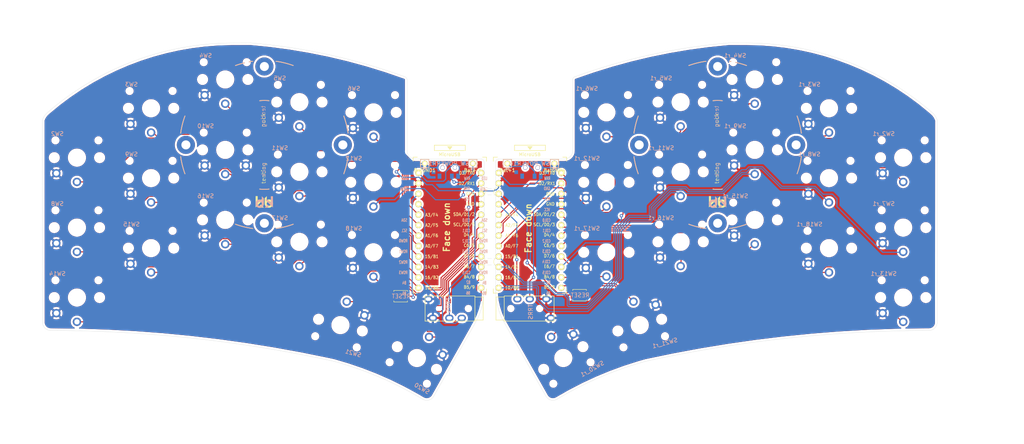
<source format=kicad_pcb>
(kicad_pcb (version 20171130) (host pcbnew 5.1.9+dfsg1-1)
  (layers (0 F.Cu signal) (31 B.Cu signal) (34 B.Paste user) (35 F.Paste user) (36 B.SilkS user) (37 F.SilkS user) (38 B.Mask user) (39 F.Mask user) (44 Edge.Cuts user))
  (net 0 "")
  (net 1 BT+)
  (net 2 gnd)
  (net 3 vcc)
  (net 4 Switch18)
  (net 5 reset)
  (net 6 Switch1)
  (net 7 Switch2)
  (net 8 Switch3)
  (net 9 Switch4)
  (net 10 Switch5)
  (net 11 Switch6)
  (net 12 Switch7)
  (net 13 Switch8)
  (net 14 Switch9)
  (net 15 Switch10)
  (net 16 Switch11)
  (net 17 Switch12)
  (net 18 Switch13)
  (net 19 Switch14)
  (net 20 Switch15)
  (net 21 Switch16)
  (net 22 Switch17)
  (net 23 "Net-(SW_POWER1-Pad1)")
  (net 24 raw)
  (net 25 BT+_r)
  (net 26 Switch18_r)
  (net 27 reset_r)
  (net 28 Switch9_r)
  (net 29 Switch10_r)
  (net 30 Switch11_r)
  (net 31 Switch12_r)
  (net 32 Switch13_r)
  (net 33 Switch14_r)
  (net 34 Switch15_r)
  (net 35 Switch16_r)
  (net 36 Switch17_r)
  (net 37 Switch1_r)
  (net 38 Switch2_r)
  (net 39 Switch3_r)
  (net 40 Switch4_r)
  (net 41 Switch5_r)
  (net 42 Switch6_r)
  (net 43 Switch7_r)
  (net 44 Switch8_r)
  (net 45 "Net-(SW_POWERR1-Pad1)")
  (module kbd:ProMicro_v3 (layer F.Cu) (at 131.98 59.182)
    (fp_text reference U2 hide)
    (fp_text value ProMicro-kbd hide)
    (fp_text user ROW1 (at -11.3 4.6355) (layer B.SilkS) (effects (font (size 0.75 0.5) (thickness 0.125)) (justify mirror)))
    (fp_text user COL4 (at 3.95 7.112) (layer B.SilkS) (effects (font (size 0.75 0.5) (thickness 0.125)) (justify mirror)))
    (fp_text user ROW2 (at -11.3 7.239) (layer B.SilkS) (effects (font (size 0.75 0.5) (thickness 0.125)) (justify mirror)))
    (fp_text user COL5 (at 4 9.75) (layer B.SilkS) (effects (font (size 0.75 0.5) (thickness 0.125)) (justify mirror)))
    (fp_text user ROW3 (at -11.3 9.75) (layer B.SilkS) (effects (font (size 0.75 0.5) (thickness 0.125)) (justify mirror)))
    (fp_text user B2 (at 4.5085 12.1285) (layer B.SilkS) (effects (font (size 0.75 0.5) (thickness 0.125)) (justify mirror)))
    (fp_text user B4 (at -11.049 12.2555) (layer B.SilkS) (effects (font (size 0.75 0.5) (thickness 0.125)) (justify mirror)))
    (fp_text user B5 (at -11.049 14.7955) (layer B.SilkS) (effects (font (size 0.75 0.5) (thickness 0.125)) (justify mirror)))
    (fp_text user B6 (at 4.445 14.732) (layer B.SilkS) (effects (font (size 0.75 0.5) (thickness 0.125)) (justify mirror)))
    (fp_text user COL0 (at 4 -2.95) (layer B.SilkS) (effects (font (size 0.75 0.5) (thickness 0.125)) (justify mirror)))
    (fp_text user SDA (at -11.049 -2.9845) (layer B.SilkS) (effects (font (size 0.75 0.5) (thickness 0.125)) (justify mirror)))
    (fp_text user COL1 (at 4 -0.4445) (layer B.SilkS) (effects (font (size 0.75 0.5) (thickness 0.125)) (justify mirror)))
    (fp_text user SCL (at -11.049 -0.4445) (layer B.SilkS) (effects (font (size 0.75 0.5) (thickness 0.125)) (justify mirror)))
    (fp_text user COL2 (at 4 2.1) (layer B.SilkS) (effects (font (size 0.75 0.5) (thickness 0.125)) (justify mirror)))
    (fp_text user ROW0 (at -11.3 2.032) (layer B.SilkS) (effects (font (size 0.75 0.5) (thickness 0.125)) (justify mirror)))
    (fp_text user COL3 (at 4 4.6) (layer B.SilkS) (effects (font (size 0.75 0.5) (thickness 0.125)) (justify mirror)))
    (fp_text user DATA (at -11.2 -10.5) (layer B.SilkS) (effects (font (size 0.75 0.5) (thickness 0.125)) (justify mirror)))
    (fp_text user LED (at -11.049 -13.1445) (layer B.SilkS) (effects (font (size 0.75 0.5) (thickness 0.125)) (justify mirror)))
    (fp_text user "" (at -1.2065 -16.256) (layer B.SilkS) (effects (justify mirror)))
    (fp_text user "" (at -0.5 -17.25) (layer F.SilkS))
    (fp_text user RAW (at 4.191 -13.1445 unlocked) (layer B.SilkS) (effects (font (size 0.75 0.5) (thickness 0.125)) (justify mirror)))
    (fp_text user GND (at 4.1275 -10.668 unlocked) (layer B.SilkS) (effects (font (size 0.75 0.5) (thickness 0.125)) (justify mirror)))
    (fp_text user RST (at 4.191 -8.0645 unlocked) (layer B.SilkS) (effects (font (size 0.75 0.5) (thickness 0.125)) (justify mirror)))
    (fp_text user VCC (at 4.1275 -5.5245 unlocked) (layer B.SilkS) (effects (font (size 0.75 0.5) (thickness 0.125)) (justify mirror)))
    (fp_text user A3/F4 (at -4.395 -4.25 unlocked) (layer F.SilkS) (effects (font (size 0.75 0.67) (thickness 0.125))))
    (fp_text user A2/F5 (at -4.395 -1.75 unlocked) (layer F.SilkS) (effects (font (size 0.75 0.67) (thickness 0.125))))
    (fp_text user A1/F6 (at -4.395 0.75 unlocked) (layer F.SilkS) (effects (font (size 0.75 0.67) (thickness 0.125))))
    (fp_text user A0/F7 (at -4.395 3.3 unlocked) (layer F.SilkS) (effects (font (size 0.75 0.67) (thickness 0.125))))
    (fp_text user 15/B1 (at -4.395 5.85 unlocked) (layer F.SilkS) (effects (font (size 0.75 0.67) (thickness 0.125))))
    (fp_text user 14/B3 (at -4.395 8.4 unlocked) (layer F.SilkS) (effects (font (size 0.75 0.67) (thickness 0.125))))
    (fp_text user 10/B6 (at -4.395 13.45 unlocked) (layer F.SilkS) (effects (font (size 0.75 0.67) (thickness 0.125))))
    (fp_text user 16/B2 (at -4.395 10.95 unlocked) (layer F.SilkS) (effects (font (size 0.75 0.67) (thickness 0.125))))
    (fp_text user E6/7 (at 4.705 8.25 unlocked) (layer F.SilkS) (effects (font (size 0.75 0.67) (thickness 0.125))))
    (fp_text user D7/6 (at 4.705 5.7 unlocked) (layer F.SilkS) (effects (font (size 0.75 0.67) (thickness 0.125))))
    (fp_text user GND (at 4.955 -9.35 unlocked) (layer F.SilkS) (effects (font (size 0.75 0.67) (thickness 0.125))))
    (fp_text user GND (at 4.955 -6.9 unlocked) (layer F.SilkS) (effects (font (size 0.75 0.67) (thickness 0.125))))
    (fp_text user D3/TX0 (at 4.155 -14.45 unlocked) (layer F.SilkS) (effects (font (size 0.75 0.67) (thickness 0.125))))
    (fp_text user D4/4 (at 4.705 0.6 unlocked) (layer F.SilkS) (effects (font (size 0.75 0.67) (thickness 0.125))))
    (fp_text user SDA/D1/2 (at 3.455 -4.4 unlocked) (layer F.SilkS) (effects (font (size 0.75 0.67) (thickness 0.125))))
    (fp_text user SCL/D0/3 (at 3.455 -1.9 unlocked) (layer F.SilkS) (effects (font (size 0.75 0.67) (thickness 0.125))))
    (fp_text user C6/5 (at 4.705 3.15 unlocked) (layer F.SilkS) (effects (font (size 0.75 0.67) (thickness 0.125))))
    (fp_text user B5/9 (at 4.705 13.3 unlocked) (layer F.SilkS) (effects (font (size 0.75 0.67) (thickness 0.125))))
    (fp_text user D2/RX1 (at 4.155 -11.9 unlocked) (layer F.SilkS) (effects (font (size 0.75 0.67) (thickness 0.125))))
    (fp_text user B4/8 (at 4.705 10.8 unlocked) (layer F.SilkS) (effects (font (size 0.75 0.67) (thickness 0.125))))
    (fp_text user MicroUSB (at -0.05 -18.95) (layer F.SilkS) (effects (font (size 0.75 0.75) (thickness 0.12))))
    (pad 24 thru_hole circle (at -7.6086 -14.478) (size 1.524 1.524) (drill 0.8128) (layers *.Cu F.SilkS B.Mask) (net 24 raw))
    (pad 23 thru_hole circle (at -7.6086 -11.938) (size 1.524 1.524) (drill 0.8128) (layers *.Cu F.SilkS B.Mask) (net 2 gnd))
    (pad 22 thru_hole circle (at -7.6086 -9.398) (size 1.524 1.524) (drill 0.8128) (layers *.Cu F.SilkS B.Mask) (net 27 reset_r))
    (pad 21 thru_hole circle (at -7.6086 -6.858) (size 1.524 1.524) (drill 0.8128) (layers *.Cu F.SilkS B.Mask) (net 3 vcc))
    (pad 20 thru_hole circle (at -7.6086 -4.318) (size 1.524 1.524) (drill 0.8128) (layers *.Cu F.SilkS B.Mask) (net 41 Switch5_r))
    (pad 19 thru_hole circle (at -7.6086 -1.778) (size 1.524 1.524) (drill 0.8128) (layers *.Cu F.SilkS B.Mask) (net 40 Switch4_r))
    (pad 18 thru_hole circle (at -7.6086 0.762) (size 1.524 1.524) (drill 0.8128) (layers *.Cu F.SilkS B.Mask) (net 39 Switch3_r))
    (pad 17 thru_hole circle (at -7.6086 3.302) (size 1.524 1.524) (drill 0.8128) (layers *.Cu F.SilkS B.Mask) (net 38 Switch2_r))
    (pad 16 thru_hole circle (at -7.6086 5.842) (size 1.524 1.524) (drill 0.8128) (layers *.Cu F.SilkS B.Mask) (net 42 Switch6_r))
    (pad 15 thru_hole circle (at -7.6086 8.382) (size 1.524 1.524) (drill 0.8128) (layers *.Cu F.SilkS B.Mask) (net 43 Switch7_r))
    (pad 14 thru_hole circle (at -7.6086 10.922) (size 1.524 1.524) (drill 0.8128) (layers *.Cu F.SilkS B.Mask) (net 44 Switch8_r))
    (pad 13 thru_hole circle (at -7.6086 13.462) (size 1.524 1.524) (drill 0.8128) (layers *.Cu F.SilkS B.Mask) (net 28 Switch9_r))
    (pad 12 thru_hole circle (at 7.6114 13.462) (size 1.524 1.524) (drill 0.8128) (layers *.Cu F.SilkS B.Mask) (net 36 Switch17_r))
    (pad 11 thru_hole circle (at 7.6114 10.922) (size 1.524 1.524) (drill 0.8128) (layers *.Cu F.SilkS B.Mask) (net 35 Switch16_r))
    (pad 10 thru_hole circle (at 7.6114 8.382) (size 1.524 1.524) (drill 0.8128) (layers *.Cu F.SilkS B.Mask) (net 37 Switch1_r))
    (pad 9 thru_hole circle (at 7.6114 5.842) (size 1.524 1.524) (drill 0.8128) (layers *.Cu F.SilkS B.Mask) (net 34 Switch15_r))
    (pad 8 thru_hole circle (at 7.6114 3.302) (size 1.524 1.524) (drill 0.8128) (layers *.Cu F.SilkS B.Mask) (net 33 Switch14_r))
    (pad 7 thru_hole circle (at 7.6114 0.762) (size 1.524 1.524) (drill 0.8128) (layers *.Cu F.SilkS B.Mask) (net 32 Switch13_r))
    (pad 6 thru_hole circle (at 7.6114 -1.778) (size 1.524 1.524) (drill 0.8128) (layers *.Cu F.SilkS B.Mask) (net 31 Switch12_r))
    (pad 5 thru_hole circle (at 7.6114 -4.318) (size 1.524 1.524) (drill 0.8128) (layers *.Cu F.SilkS B.Mask) (net 30 Switch11_r))
    (pad 4 thru_hole circle (at 7.6114 -6.858) (size 1.524 1.524) (drill 0.8128) (layers *.Cu F.SilkS B.Mask) (net 2 gnd))
    (pad 3 thru_hole circle (at 7.6114 -9.398) (size 1.524 1.524) (drill 0.8128) (layers *.Cu F.SilkS B.Mask) (net 2 gnd))
    (pad 2 thru_hole circle (at 7.6114 -11.938) (size 1.524 1.524) (drill 0.8128) (layers *.Cu F.SilkS B.Mask) (net 26 Switch18_r))
    (pad 1 thru_hole circle (at 7.6114 -14.478) (size 1.524 1.524) (drill 0.8128) (layers *.Cu F.SilkS B.Mask) (net 29 Switch10_r))
  )
  (module kbd:ProMicro_v3 (layer F.Cu) (at 112.522 59.182)
    (fp_text reference U1 hide)
    (fp_text value ProMicro-kbd hide)
    (fp_text user ROW1 (at -11.3 4.6355) (layer B.SilkS) (effects (font (size 0.75 0.5) (thickness 0.125)) (justify mirror)))
    (fp_text user COL4 (at 3.95 7.112) (layer B.SilkS) (effects (font (size 0.75 0.5) (thickness 0.125)) (justify mirror)))
    (fp_text user ROW2 (at -11.3 7.239) (layer B.SilkS) (effects (font (size 0.75 0.5) (thickness 0.125)) (justify mirror)))
    (fp_text user COL5 (at 4 9.75) (layer B.SilkS) (effects (font (size 0.75 0.5) (thickness 0.125)) (justify mirror)))
    (fp_text user ROW3 (at -11.3 9.75) (layer B.SilkS) (effects (font (size 0.75 0.5) (thickness 0.125)) (justify mirror)))
    (fp_text user B2 (at 4.5085 12.1285) (layer B.SilkS) (effects (font (size 0.75 0.5) (thickness 0.125)) (justify mirror)))
    (fp_text user B4 (at -11.049 12.2555) (layer B.SilkS) (effects (font (size 0.75 0.5) (thickness 0.125)) (justify mirror)))
    (fp_text user B5 (at -11.049 14.7955) (layer B.SilkS) (effects (font (size 0.75 0.5) (thickness 0.125)) (justify mirror)))
    (fp_text user B6 (at 4.445 14.732) (layer B.SilkS) (effects (font (size 0.75 0.5) (thickness 0.125)) (justify mirror)))
    (fp_text user COL0 (at 4 -2.95) (layer B.SilkS) (effects (font (size 0.75 0.5) (thickness 0.125)) (justify mirror)))
    (fp_text user SDA (at -11.049 -2.9845) (layer B.SilkS) (effects (font (size 0.75 0.5) (thickness 0.125)) (justify mirror)))
    (fp_text user COL1 (at 4 -0.4445) (layer B.SilkS) (effects (font (size 0.75 0.5) (thickness 0.125)) (justify mirror)))
    (fp_text user SCL (at -11.049 -0.4445) (layer B.SilkS) (effects (font (size 0.75 0.5) (thickness 0.125)) (justify mirror)))
    (fp_text user COL2 (at 4 2.1) (layer B.SilkS) (effects (font (size 0.75 0.5) (thickness 0.125)) (justify mirror)))
    (fp_text user ROW0 (at -11.3 2.032) (layer B.SilkS) (effects (font (size 0.75 0.5) (thickness 0.125)) (justify mirror)))
    (fp_text user COL3 (at 4 4.6) (layer B.SilkS) (effects (font (size 0.75 0.5) (thickness 0.125)) (justify mirror)))
    (fp_text user DATA (at -11.2 -10.5) (layer B.SilkS) (effects (font (size 0.75 0.5) (thickness 0.125)) (justify mirror)))
    (fp_text user LED (at -11.049 -13.1445) (layer B.SilkS) (effects (font (size 0.75 0.5) (thickness 0.125)) (justify mirror)))
    (fp_text user "" (at -1.2065 -16.256) (layer B.SilkS) (effects (justify mirror)))
    (fp_text user "" (at -0.5 -17.25) (layer F.SilkS))
    (fp_text user RAW (at 4.191 -13.1445 unlocked) (layer B.SilkS) (effects (font (size 0.75 0.5) (thickness 0.125)) (justify mirror)))
    (fp_text user GND (at 4.1275 -10.668 unlocked) (layer B.SilkS) (effects (font (size 0.75 0.5) (thickness 0.125)) (justify mirror)))
    (fp_text user RST (at 4.191 -8.0645 unlocked) (layer B.SilkS) (effects (font (size 0.75 0.5) (thickness 0.125)) (justify mirror)))
    (fp_text user VCC (at 4.1275 -5.5245 unlocked) (layer B.SilkS) (effects (font (size 0.75 0.5) (thickness 0.125)) (justify mirror)))
    (fp_text user A3/F4 (at -4.395 -4.25 unlocked) (layer F.SilkS) (effects (font (size 0.75 0.67) (thickness 0.125))))
    (fp_text user A2/F5 (at -4.395 -1.75 unlocked) (layer F.SilkS) (effects (font (size 0.75 0.67) (thickness 0.125))))
    (fp_text user A1/F6 (at -4.395 0.75 unlocked) (layer F.SilkS) (effects (font (size 0.75 0.67) (thickness 0.125))))
    (fp_text user A0/F7 (at -4.395 3.3 unlocked) (layer F.SilkS) (effects (font (size 0.75 0.67) (thickness 0.125))))
    (fp_text user 15/B1 (at -4.395 5.85 unlocked) (layer F.SilkS) (effects (font (size 0.75 0.67) (thickness 0.125))))
    (fp_text user 14/B3 (at -4.395 8.4 unlocked) (layer F.SilkS) (effects (font (size 0.75 0.67) (thickness 0.125))))
    (fp_text user 10/B6 (at -4.395 13.45 unlocked) (layer F.SilkS) (effects (font (size 0.75 0.67) (thickness 0.125))))
    (fp_text user 16/B2 (at -4.395 10.95 unlocked) (layer F.SilkS) (effects (font (size 0.75 0.67) (thickness 0.125))))
    (fp_text user E6/7 (at 4.705 8.25 unlocked) (layer F.SilkS) (effects (font (size 0.75 0.67) (thickness 0.125))))
    (fp_text user D7/6 (at 4.705 5.7 unlocked) (layer F.SilkS) (effects (font (size 0.75 0.67) (thickness 0.125))))
    (fp_text user GND (at 4.955 -9.35 unlocked) (layer F.SilkS) (effects (font (size 0.75 0.67) (thickness 0.125))))
    (fp_text user GND (at 4.955 -6.9 unlocked) (layer F.SilkS) (effects (font (size 0.75 0.67) (thickness 0.125))))
    (fp_text user D3/TX0 (at 4.155 -14.45 unlocked) (layer F.SilkS) (effects (font (size 0.75 0.67) (thickness 0.125))))
    (fp_text user D4/4 (at 4.705 0.6 unlocked) (layer F.SilkS) (effects (font (size 0.75 0.67) (thickness 0.125))))
    (fp_text user SDA/D1/2 (at 3.455 -4.4 unlocked) (layer F.SilkS) (effects (font (size 0.75 0.67) (thickness 0.125))))
    (fp_text user SCL/D0/3 (at 3.455 -1.9 unlocked) (layer F.SilkS) (effects (font (size 0.75 0.67) (thickness 0.125))))
    (fp_text user C6/5 (at 4.705 3.15 unlocked) (layer F.SilkS) (effects (font (size 0.75 0.67) (thickness 0.125))))
    (fp_text user B5/9 (at 4.705 13.3 unlocked) (layer F.SilkS) (effects (font (size 0.75 0.67) (thickness 0.125))))
    (fp_text user D2/RX1 (at 4.155 -11.9 unlocked) (layer F.SilkS) (effects (font (size 0.75 0.67) (thickness 0.125))))
    (fp_text user B4/8 (at 4.705 10.8 unlocked) (layer F.SilkS) (effects (font (size 0.75 0.67) (thickness 0.125))))
    (fp_text user MicroUSB (at -0.05 -18.95) (layer F.SilkS) (effects (font (size 0.75 0.75) (thickness 0.12))))
    (pad 24 thru_hole circle (at -7.6086 -14.478) (size 1.524 1.524) (drill 0.8128) (layers *.Cu F.SilkS B.Mask) (net 24 raw))
    (pad 23 thru_hole circle (at -7.6086 -11.938) (size 1.524 1.524) (drill 0.8128) (layers *.Cu F.SilkS B.Mask) (net 2 gnd))
    (pad 22 thru_hole circle (at -7.6086 -9.398) (size 1.524 1.524) (drill 0.8128) (layers *.Cu F.SilkS B.Mask) (net 5 reset))
    (pad 21 thru_hole circle (at -7.6086 -6.858) (size 1.524 1.524) (drill 0.8128) (layers *.Cu F.SilkS B.Mask) (net 3 vcc))
    (pad 20 thru_hole circle (at -7.6086 -4.318) (size 1.524 1.524) (drill 0.8128) (layers *.Cu F.SilkS B.Mask) (net 10 Switch5))
    (pad 19 thru_hole circle (at -7.6086 -1.778) (size 1.524 1.524) (drill 0.8128) (layers *.Cu F.SilkS B.Mask) (net 9 Switch4))
    (pad 18 thru_hole circle (at -7.6086 0.762) (size 1.524 1.524) (drill 0.8128) (layers *.Cu F.SilkS B.Mask) (net 8 Switch3))
    (pad 17 thru_hole circle (at -7.6086 3.302) (size 1.524 1.524) (drill 0.8128) (layers *.Cu F.SilkS B.Mask) (net 7 Switch2))
    (pad 16 thru_hole circle (at -7.6086 5.842) (size 1.524 1.524) (drill 0.8128) (layers *.Cu F.SilkS B.Mask) (net 11 Switch6))
    (pad 15 thru_hole circle (at -7.6086 8.382) (size 1.524 1.524) (drill 0.8128) (layers *.Cu F.SilkS B.Mask) (net 12 Switch7))
    (pad 14 thru_hole circle (at -7.6086 10.922) (size 1.524 1.524) (drill 0.8128) (layers *.Cu F.SilkS B.Mask) (net 13 Switch8))
    (pad 13 thru_hole circle (at -7.6086 13.462) (size 1.524 1.524) (drill 0.8128) (layers *.Cu F.SilkS B.Mask) (net 14 Switch9))
    (pad 12 thru_hole circle (at 7.6114 13.462) (size 1.524 1.524) (drill 0.8128) (layers *.Cu F.SilkS B.Mask) (net 22 Switch17))
    (pad 11 thru_hole circle (at 7.6114 10.922) (size 1.524 1.524) (drill 0.8128) (layers *.Cu F.SilkS B.Mask) (net 21 Switch16))
    (pad 10 thru_hole circle (at 7.6114 8.382) (size 1.524 1.524) (drill 0.8128) (layers *.Cu F.SilkS B.Mask) (net 6 Switch1))
    (pad 9 thru_hole circle (at 7.6114 5.842) (size 1.524 1.524) (drill 0.8128) (layers *.Cu F.SilkS B.Mask) (net 20 Switch15))
    (pad 8 thru_hole circle (at 7.6114 3.302) (size 1.524 1.524) (drill 0.8128) (layers *.Cu F.SilkS B.Mask) (net 19 Switch14))
    (pad 7 thru_hole circle (at 7.6114 0.762) (size 1.524 1.524) (drill 0.8128) (layers *.Cu F.SilkS B.Mask) (net 18 Switch13))
    (pad 6 thru_hole circle (at 7.6114 -1.778) (size 1.524 1.524) (drill 0.8128) (layers *.Cu F.SilkS B.Mask) (net 17 Switch12))
    (pad 5 thru_hole circle (at 7.6114 -4.318) (size 1.524 1.524) (drill 0.8128) (layers *.Cu F.SilkS B.Mask) (net 16 Switch11))
    (pad 4 thru_hole circle (at 7.6114 -6.858) (size 1.524 1.524) (drill 0.8128) (layers *.Cu F.SilkS B.Mask) (net 2 gnd))
    (pad 3 thru_hole circle (at 7.6114 -9.398) (size 1.524 1.524) (drill 0.8128) (layers *.Cu F.SilkS B.Mask) (net 2 gnd))
    (pad 2 thru_hole circle (at 7.6114 -11.938) (size 1.524 1.524) (drill 0.8128) (layers *.Cu F.SilkS B.Mask) (net 4 Switch18))
    (pad 1 thru_hole circle (at 7.6114 -14.478) (size 1.524 1.524) (drill 0.8128) (layers *.Cu F.SilkS B.Mask) (net 15 Switch10))
  )
  (module Kailh:TRRS-PJ-320A (layer F.Cu) (at 125.73 77.67 90)
    (fp_text reference J1)
    (fp_text value AudioJack4dpb hide)
    (fp_text user TRRS (at -0.8255 6.4135 90) (layer B.SilkS) (effects (justify mirror)))
    (pad R1 thru_hole oval (at 2.3 6.2 90) (size 1.6 2) (drill oval 0.9 1.3) (layers *.Cu *.Mask) (net 26 Switch18_r))
    (pad "" np_thru_hole circle (at 0 1.6 90) (size 0.8 0.8) (drill 0.8) (layers *.Cu *.Mask))
    (pad "" np_thru_hole circle (at 0 8.6 90) (size 0.8 0.8) (drill 0.8) (layers *.Cu *.Mask))
    (pad R2 thru_hole oval (at 2.3 3.2 90) (size 1.6 2) (drill oval 0.9 1.3) (layers *.Cu *.Mask) (net 3 vcc))
    (pad T thru_hole oval (at 2.3 10.2 90) (size 1.6 2) (drill oval 0.9 1.3) (layers *.Cu *.Mask) (net 2 gnd))
    (pad S thru_hole oval (at -2.3 11.3 90) (size 1.6 2) (drill oval 0.9 1.3) (layers *.Cu *.Mask) (net 2 gnd))
  )
  (module Kailh:TRRS-PJ-320A (layer F.Cu) (at 118.618 77.67 270)
    (fp_text reference J2)
    (fp_text value AudioJack4dpb hide)
    (fp_text user TRRS (at -0.8255 6.4135 90) (layer B.SilkS) (effects (justify mirror)))
    (pad R1 thru_hole oval (at 2.3 6.2 270) (size 1.6 2) (drill oval 0.9 1.3) (layers *.Cu *.Mask) (net 4 Switch18))
    (pad "" np_thru_hole circle (at 0 1.6 270) (size 0.8 0.8) (drill 0.8) (layers *.Cu *.Mask))
    (pad "" np_thru_hole circle (at 0 8.6 270) (size 0.8 0.8) (drill 0.8) (layers *.Cu *.Mask))
    (pad R2 thru_hole oval (at 2.3 3.2 270) (size 1.6 2) (drill oval 0.9 1.3) (layers *.Cu *.Mask) (net 3 vcc))
    (pad T thru_hole oval (at 2.3 10.2 270) (size 1.6 2) (drill oval 0.9 1.3) (layers *.Cu *.Mask) (net 2 gnd))
    (pad S thru_hole oval (at -2.3 11.3 270) (size 1.6 2) (drill oval 0.9 1.3) (layers *.Cu *.Mask) (net 2 gnd))
  )
  (module Kailh:SPDT_C128955 (layer B.Cu) (at 112.268 43.434 180)
    (fp_text reference SW_POWERR1 (at 0 1) (layer B.SilkS) (effects (justify mirror)))
    (fp_text value SW_SPDT)
    (pad 0 smd rect (at -3.7 1.1 180) (size 0.9 0.9) (layers B.Cu B.Paste B.Mask))
    (pad 0 smd rect (at -3.7 -1.1 180) (size 0.9 0.9) (layers B.Cu B.Paste B.Mask))
    (pad 0 smd rect (at 3.7 -1.1 180) (size 0.9 0.9) (layers B.Cu B.Paste B.Mask))
    (pad 0 smd rect (at 3.7 1.1 180) (size 0.9 0.9) (layers B.Cu B.Paste B.Mask))
    (pad 1 smd rect (at 2.25 -2.075 180) (size 0.9 1.25) (layers B.Cu B.Paste B.Mask) (net 45 "Net-(SW_POWERR1-Pad1)"))
    (pad 3 smd rect (at -2.25 -2.075 180) (size 0.9 1.25) (layers B.Cu B.Paste B.Mask) (net 24 raw))
    (pad 2 smd rect (at -0.75 -2.075 180) (size 0.9 1.25) (layers B.Cu B.Paste B.Mask) (net 25 BT+_r))
    (pad "" np_thru_hole circle (at -1.5 0 180) (size 1 1) (drill 0.9) (layers *.Cu *.Mask))
    (pad "" np_thru_hole circle (at 1.5 0 180) (size 1 1) (drill 0.9) (layers *.Cu *.Mask))
  )
  (module Kailh:SPDT_C128955 (layer B.Cu) (at 132.334 43.434 180)
    (fp_text reference SW_POWER1 (at 0 1) (layer B.SilkS) (effects (justify mirror)))
    (fp_text value SW_SPDT)
    (pad 0 smd rect (at -3.7 1.1 180) (size 0.9 0.9) (layers B.Cu B.Paste B.Mask))
    (pad 0 smd rect (at -3.7 -1.1 180) (size 0.9 0.9) (layers B.Cu B.Paste B.Mask))
    (pad 0 smd rect (at 3.7 -1.1 180) (size 0.9 0.9) (layers B.Cu B.Paste B.Mask))
    (pad 0 smd rect (at 3.7 1.1 180) (size 0.9 0.9) (layers B.Cu B.Paste B.Mask))
    (pad 1 smd rect (at 2.25 -2.075 180) (size 0.9 1.25) (layers B.Cu B.Paste B.Mask) (net 23 "Net-(SW_POWER1-Pad1)"))
    (pad 3 smd rect (at -2.25 -2.075 180) (size 0.9 1.25) (layers B.Cu B.Paste B.Mask) (net 24 raw))
    (pad 2 smd rect (at -0.75 -2.075 180) (size 0.9 1.25) (layers B.Cu B.Paste B.Mask) (net 1 BT+))
    (pad "" np_thru_hole circle (at -1.5 0 180) (size 1 1) (drill 0.9) (layers *.Cu *.Mask))
    (pad "" np_thru_hole circle (at 1.5 0 180) (size 1 1) (drill 0.9) (layers *.Cu *.Mask))
  )
  (module Kailh:SW_PG1350_nonrev_DPB (layer F.Cu) (at 22 41)
    (fp_text reference SW2 hide)
    (fp_text value SW_Push hide)
    (fp_text user %R (at -4.76 -5.8) (layer B.SilkS) (effects (justify mirror)))
    (pad "" np_thru_hole circle (at -5.22 -4.2) (size 0.9906 0.9906) (drill 0.9906) (layers *.Cu *.Mask))
    (pad "" np_thru_hole circle (at 0 0) (size 3.429 3.429) (drill 3.429) (layers *.Cu *.Mask))
    (pad 2 thru_hole circle (at -5 3.8) (size 2.032 2.032) (drill 1.27) (layers *.Cu *.Mask) (net 2 gnd))
    (pad 1 thru_hole circle (at 0 5.9) (size 2.032 2.032) (drill 1.27) (layers *.Cu *.Mask) (net 6 Switch1))
    (pad "" np_thru_hole circle (at 5.22 -4.2) (size 0.9906 0.9906) (drill 0.9906) (layers *.Cu *.Mask))
    (pad "" np_thru_hole circle (at 5.5 0) (size 1.7018 1.7018) (drill 1.7018) (layers *.Cu *.Mask))
    (pad "" np_thru_hole circle (at -5.5 0) (size 1.7018 1.7018) (drill 1.7018) (layers *.Cu *.Mask))
  )
  (module Kailh:SW_PG1350_nonrev_DPB (layer F.Cu) (at 40 29)
    (fp_text reference SW3 hide)
    (fp_text value SW_Push hide)
    (fp_text user %R (at -4.76 -5.8) (layer B.SilkS) (effects (justify mirror)))
    (pad "" np_thru_hole circle (at -5.22 -4.2) (size 0.9906 0.9906) (drill 0.9906) (layers *.Cu *.Mask))
    (pad "" np_thru_hole circle (at 0 0) (size 3.429 3.429) (drill 3.429) (layers *.Cu *.Mask))
    (pad 2 thru_hole circle (at -5 3.8) (size 2.032 2.032) (drill 1.27) (layers *.Cu *.Mask) (net 2 gnd))
    (pad 1 thru_hole circle (at 0 5.9) (size 2.032 2.032) (drill 1.27) (layers *.Cu *.Mask) (net 7 Switch2))
    (pad "" np_thru_hole circle (at 5.22 -4.2) (size 0.9906 0.9906) (drill 0.9906) (layers *.Cu *.Mask))
    (pad "" np_thru_hole circle (at 5.5 0) (size 1.7018 1.7018) (drill 1.7018) (layers *.Cu *.Mask))
    (pad "" np_thru_hole circle (at -5.5 0) (size 1.7018 1.7018) (drill 1.7018) (layers *.Cu *.Mask))
  )
  (module Kailh:SW_PG1350_nonrev_DPB (layer F.Cu) (at 58 22)
    (fp_text reference SW4 hide)
    (fp_text value SW_Push hide)
    (fp_text user %R (at -4.76 -5.8) (layer B.SilkS) (effects (justify mirror)))
    (pad "" np_thru_hole circle (at -5.22 -4.2) (size 0.9906 0.9906) (drill 0.9906) (layers *.Cu *.Mask))
    (pad "" np_thru_hole circle (at 0 0) (size 3.429 3.429) (drill 3.429) (layers *.Cu *.Mask))
    (pad 2 thru_hole circle (at -5 3.8) (size 2.032 2.032) (drill 1.27) (layers *.Cu *.Mask) (net 2 gnd))
    (pad 1 thru_hole circle (at 0 5.9) (size 2.032 2.032) (drill 1.27) (layers *.Cu *.Mask) (net 8 Switch3))
    (pad "" np_thru_hole circle (at 5.22 -4.2) (size 0.9906 0.9906) (drill 0.9906) (layers *.Cu *.Mask))
    (pad "" np_thru_hole circle (at 5.5 0) (size 1.7018 1.7018) (drill 1.7018) (layers *.Cu *.Mask))
    (pad "" np_thru_hole circle (at -5.5 0) (size 1.7018 1.7018) (drill 1.7018) (layers *.Cu *.Mask))
  )
  (module Kailh:SW_PG1350_nonrev_DPB (layer F.Cu) (at 76 27.5)
    (fp_text reference SW5 hide)
    (fp_text value SW_Push hide)
    (fp_text user %R (at -4.76 -5.8) (layer B.SilkS) (effects (justify mirror)))
    (pad "" np_thru_hole circle (at -5.22 -4.2) (size 0.9906 0.9906) (drill 0.9906) (layers *.Cu *.Mask))
    (pad "" np_thru_hole circle (at 0 0) (size 3.429 3.429) (drill 3.429) (layers *.Cu *.Mask))
    (pad 2 thru_hole circle (at -5 3.8) (size 2.032 2.032) (drill 1.27) (layers *.Cu *.Mask) (net 2 gnd))
    (pad 1 thru_hole circle (at 0 5.9) (size 2.032 2.032) (drill 1.27) (layers *.Cu *.Mask) (net 9 Switch4))
    (pad "" np_thru_hole circle (at 5.22 -4.2) (size 0.9906 0.9906) (drill 0.9906) (layers *.Cu *.Mask))
    (pad "" np_thru_hole circle (at 5.5 0) (size 1.7018 1.7018) (drill 1.7018) (layers *.Cu *.Mask))
    (pad "" np_thru_hole circle (at -5.5 0) (size 1.7018 1.7018) (drill 1.7018) (layers *.Cu *.Mask))
  )
  (module Kailh:SW_PG1350_nonrev_DPB (layer F.Cu) (at 94 30)
    (fp_text reference SW6 hide)
    (fp_text value SW_Push hide)
    (fp_text user %R (at -4.76 -5.8) (layer B.SilkS) (effects (justify mirror)))
    (pad "" np_thru_hole circle (at -5.22 -4.2) (size 0.9906 0.9906) (drill 0.9906) (layers *.Cu *.Mask))
    (pad "" np_thru_hole circle (at 0 0) (size 3.429 3.429) (drill 3.429) (layers *.Cu *.Mask))
    (pad 2 thru_hole circle (at -5 3.8) (size 2.032 2.032) (drill 1.27) (layers *.Cu *.Mask) (net 2 gnd))
    (pad 1 thru_hole circle (at 0 5.9) (size 2.032 2.032) (drill 1.27) (layers *.Cu *.Mask) (net 10 Switch5))
    (pad "" np_thru_hole circle (at 5.22 -4.2) (size 0.9906 0.9906) (drill 0.9906) (layers *.Cu *.Mask))
    (pad "" np_thru_hole circle (at 5.5 0) (size 1.7018 1.7018) (drill 1.7018) (layers *.Cu *.Mask))
    (pad "" np_thru_hole circle (at -5.5 0) (size 1.7018 1.7018) (drill 1.7018) (layers *.Cu *.Mask))
  )
  (module Kailh:SW_PG1350_nonrev_DPB (layer F.Cu) (at 22 58)
    (fp_text reference SW8 hide)
    (fp_text value SW_Push hide)
    (fp_text user %R (at -4.76 -5.8) (layer B.SilkS) (effects (justify mirror)))
    (pad "" np_thru_hole circle (at -5.22 -4.2) (size 0.9906 0.9906) (drill 0.9906) (layers *.Cu *.Mask))
    (pad "" np_thru_hole circle (at 0 0) (size 3.429 3.429) (drill 3.429) (layers *.Cu *.Mask))
    (pad 2 thru_hole circle (at -5 3.8) (size 2.032 2.032) (drill 1.27) (layers *.Cu *.Mask) (net 2 gnd))
    (pad 1 thru_hole circle (at 0 5.9) (size 2.032 2.032) (drill 1.27) (layers *.Cu *.Mask) (net 11 Switch6))
    (pad "" np_thru_hole circle (at 5.22 -4.2) (size 0.9906 0.9906) (drill 0.9906) (layers *.Cu *.Mask))
    (pad "" np_thru_hole circle (at 5.5 0) (size 1.7018 1.7018) (drill 1.7018) (layers *.Cu *.Mask))
    (pad "" np_thru_hole circle (at -5.5 0) (size 1.7018 1.7018) (drill 1.7018) (layers *.Cu *.Mask))
  )
  (module Kailh:SW_PG1350_nonrev_DPB (layer F.Cu) (at 40 45.974)
    (fp_text reference SW9 hide)
    (fp_text value SW_Push hide)
    (fp_text user %R (at -4.76 -5.8) (layer B.SilkS) (effects (justify mirror)))
    (pad "" np_thru_hole circle (at -5.22 -4.2) (size 0.9906 0.9906) (drill 0.9906) (layers *.Cu *.Mask))
    (pad "" np_thru_hole circle (at 0 0) (size 3.429 3.429) (drill 3.429) (layers *.Cu *.Mask))
    (pad 2 thru_hole circle (at -5 3.8) (size 2.032 2.032) (drill 1.27) (layers *.Cu *.Mask) (net 2 gnd))
    (pad 1 thru_hole circle (at 0 5.9) (size 2.032 2.032) (drill 1.27) (layers *.Cu *.Mask) (net 12 Switch7))
    (pad "" np_thru_hole circle (at 5.22 -4.2) (size 0.9906 0.9906) (drill 0.9906) (layers *.Cu *.Mask))
    (pad "" np_thru_hole circle (at 5.5 0) (size 1.7018 1.7018) (drill 1.7018) (layers *.Cu *.Mask))
    (pad "" np_thru_hole circle (at -5.5 0) (size 1.7018 1.7018) (drill 1.7018) (layers *.Cu *.Mask))
  )
  (module Kailh:SW_PG1350_nonrev_DPB (layer F.Cu) (at 76 44.45)
    (fp_text reference SW11 hide)
    (fp_text value SW_Push hide)
    (fp_text user %R (at -4.76 -5.8) (layer B.SilkS) (effects (justify mirror)))
    (pad "" np_thru_hole circle (at -5.22 -4.2) (size 0.9906 0.9906) (drill 0.9906) (layers *.Cu *.Mask))
    (pad "" np_thru_hole circle (at 0 0) (size 3.429 3.429) (drill 3.429) (layers *.Cu *.Mask))
    (pad 2 thru_hole circle (at -5 3.8) (size 2.032 2.032) (drill 1.27) (layers *.Cu *.Mask) (net 2 gnd))
    (pad 1 thru_hole circle (at 0 5.9) (size 2.032 2.032) (drill 1.27) (layers *.Cu *.Mask) (net 14 Switch9))
    (pad "" np_thru_hole circle (at 5.22 -4.2) (size 0.9906 0.9906) (drill 0.9906) (layers *.Cu *.Mask))
    (pad "" np_thru_hole circle (at 5.5 0) (size 1.7018 1.7018) (drill 1.7018) (layers *.Cu *.Mask))
    (pad "" np_thru_hole circle (at -5.5 0) (size 1.7018 1.7018) (drill 1.7018) (layers *.Cu *.Mask))
  )
  (module Kailh:SW_PG1350_nonrev_DPB (layer F.Cu) (at 93.98 46.99)
    (fp_text reference SW12 hide)
    (fp_text value SW_Push hide)
    (fp_text user %R (at -4.76 -5.8) (layer B.SilkS) (effects (justify mirror)))
    (pad "" np_thru_hole circle (at -5.22 -4.2) (size 0.9906 0.9906) (drill 0.9906) (layers *.Cu *.Mask))
    (pad "" np_thru_hole circle (at 0 0) (size 3.429 3.429) (drill 3.429) (layers *.Cu *.Mask))
    (pad 2 thru_hole circle (at -5 3.8) (size 2.032 2.032) (drill 1.27) (layers *.Cu *.Mask) (net 2 gnd))
    (pad 1 thru_hole circle (at 0 5.9) (size 2.032 2.032) (drill 1.27) (layers *.Cu *.Mask) (net 15 Switch10))
    (pad "" np_thru_hole circle (at 5.22 -4.2) (size 0.9906 0.9906) (drill 0.9906) (layers *.Cu *.Mask))
    (pad "" np_thru_hole circle (at 5.5 0) (size 1.7018 1.7018) (drill 1.7018) (layers *.Cu *.Mask))
    (pad "" np_thru_hole circle (at -5.5 0) (size 1.7018 1.7018) (drill 1.7018) (layers *.Cu *.Mask))
  )
  (module Kailh:SW_PG1350_nonrev_DPB (layer F.Cu) (at 22 75)
    (fp_text reference SW14 hide)
    (fp_text value SW_Push hide)
    (fp_text user %R (at -4.76 -5.8) (layer B.SilkS) (effects (justify mirror)))
    (pad "" np_thru_hole circle (at -5.22 -4.2) (size 0.9906 0.9906) (drill 0.9906) (layers *.Cu *.Mask))
    (pad "" np_thru_hole circle (at 0 0) (size 3.429 3.429) (drill 3.429) (layers *.Cu *.Mask))
    (pad 2 thru_hole circle (at -5 3.8) (size 2.032 2.032) (drill 1.27) (layers *.Cu *.Mask) (net 2 gnd))
    (pad 1 thru_hole circle (at 0 5.9) (size 2.032 2.032) (drill 1.27) (layers *.Cu *.Mask) (net 16 Switch11))
    (pad "" np_thru_hole circle (at 5.22 -4.2) (size 0.9906 0.9906) (drill 0.9906) (layers *.Cu *.Mask))
    (pad "" np_thru_hole circle (at 5.5 0) (size 1.7018 1.7018) (drill 1.7018) (layers *.Cu *.Mask))
    (pad "" np_thru_hole circle (at -5.5 0) (size 1.7018 1.7018) (drill 1.7018) (layers *.Cu *.Mask))
  )
  (module Kailh:SW_PG1350_nonrev_DPB (layer F.Cu) (at 40 62.992)
    (fp_text reference SW15 hide)
    (fp_text value SW_Push hide)
    (fp_text user %R (at -4.76 -5.8) (layer B.SilkS) (effects (justify mirror)))
    (pad "" np_thru_hole circle (at -5.22 -4.2) (size 0.9906 0.9906) (drill 0.9906) (layers *.Cu *.Mask))
    (pad "" np_thru_hole circle (at 0 0) (size 3.429 3.429) (drill 3.429) (layers *.Cu *.Mask))
    (pad 2 thru_hole circle (at -5 3.8) (size 2.032 2.032) (drill 1.27) (layers *.Cu *.Mask) (net 2 gnd))
    (pad 1 thru_hole circle (at 0 5.9) (size 2.032 2.032) (drill 1.27) (layers *.Cu *.Mask) (net 17 Switch12))
    (pad "" np_thru_hole circle (at 5.22 -4.2) (size 0.9906 0.9906) (drill 0.9906) (layers *.Cu *.Mask))
    (pad "" np_thru_hole circle (at 5.5 0) (size 1.7018 1.7018) (drill 1.7018) (layers *.Cu *.Mask))
    (pad "" np_thru_hole circle (at -5.5 0) (size 1.7018 1.7018) (drill 1.7018) (layers *.Cu *.Mask))
  )
  (module Kailh:SW_PG1350_nonrev_DPB (layer F.Cu) (at 58 56.134)
    (fp_text reference SW16 hide)
    (fp_text value SW_Push hide)
    (fp_text user %R (at -4.76 -5.8) (layer B.SilkS) (effects (justify mirror)))
    (pad "" np_thru_hole circle (at -5.22 -4.2) (size 0.9906 0.9906) (drill 0.9906) (layers *.Cu *.Mask))
    (pad "" np_thru_hole circle (at 0 0) (size 3.429 3.429) (drill 3.429) (layers *.Cu *.Mask))
    (pad 2 thru_hole circle (at -5 3.8) (size 2.032 2.032) (drill 1.27) (layers *.Cu *.Mask) (net 2 gnd))
    (pad 1 thru_hole circle (at 0 5.9) (size 2.032 2.032) (drill 1.27) (layers *.Cu *.Mask) (net 18 Switch13))
    (pad "" np_thru_hole circle (at 5.22 -4.2) (size 0.9906 0.9906) (drill 0.9906) (layers *.Cu *.Mask))
    (pad "" np_thru_hole circle (at 5.5 0) (size 1.7018 1.7018) (drill 1.7018) (layers *.Cu *.Mask))
    (pad "" np_thru_hole circle (at -5.5 0) (size 1.7018 1.7018) (drill 1.7018) (layers *.Cu *.Mask))
  )
  (module Kailh:SW_PG1350_nonrev_DPB (layer F.Cu) (at 76 61.468)
    (fp_text reference SW17 hide)
    (fp_text value SW_Push hide)
    (fp_text user %R (at -4.76 -5.8) (layer B.SilkS) (effects (justify mirror)))
    (pad "" np_thru_hole circle (at -5.22 -4.2) (size 0.9906 0.9906) (drill 0.9906) (layers *.Cu *.Mask))
    (pad "" np_thru_hole circle (at 0 0) (size 3.429 3.429) (drill 3.429) (layers *.Cu *.Mask))
    (pad 2 thru_hole circle (at -5 3.8) (size 2.032 2.032) (drill 1.27) (layers *.Cu *.Mask) (net 2 gnd))
    (pad 1 thru_hole circle (at 0 5.9) (size 2.032 2.032) (drill 1.27) (layers *.Cu *.Mask) (net 19 Switch14))
    (pad "" np_thru_hole circle (at 5.22 -4.2) (size 0.9906 0.9906) (drill 0.9906) (layers *.Cu *.Mask))
    (pad "" np_thru_hole circle (at 5.5 0) (size 1.7018 1.7018) (drill 1.7018) (layers *.Cu *.Mask))
    (pad "" np_thru_hole circle (at -5.5 0) (size 1.7018 1.7018) (drill 1.7018) (layers *.Cu *.Mask))
  )
  (module Kailh:SW_PG1350_nonrev_DPB (layer F.Cu) (at 93.98 64.008)
    (fp_text reference SW18 hide)
    (fp_text value SW_Push hide)
    (fp_text user %R (at -4.76 -5.8) (layer B.SilkS) (effects (justify mirror)))
    (pad "" np_thru_hole circle (at -5.22 -4.2) (size 0.9906 0.9906) (drill 0.9906) (layers *.Cu *.Mask))
    (pad "" np_thru_hole circle (at 0 0) (size 3.429 3.429) (drill 3.429) (layers *.Cu *.Mask))
    (pad 2 thru_hole circle (at -5 3.8) (size 2.032 2.032) (drill 1.27) (layers *.Cu *.Mask) (net 2 gnd))
    (pad 1 thru_hole circle (at 0 5.9) (size 2.032 2.032) (drill 1.27) (layers *.Cu *.Mask) (net 20 Switch15))
    (pad "" np_thru_hole circle (at 5.22 -4.2) (size 0.9906 0.9906) (drill 0.9906) (layers *.Cu *.Mask))
    (pad "" np_thru_hole circle (at 5.5 0) (size 1.7018 1.7018) (drill 1.7018) (layers *.Cu *.Mask))
    (pad "" np_thru_hole circle (at -5.5 0) (size 1.7018 1.7018) (drill 1.7018) (layers *.Cu *.Mask))
  )
  (module Kailh:SW_PG1350_nonrev_DPB (layer F.Cu) (at 104.53 89.7 150)
    (fp_text reference SW20 hide)
    (fp_text value SW_Push hide)
    (fp_text user %R (at -4.76 -5.8 150) (layer B.SilkS) (effects (justify mirror)))
    (pad "" np_thru_hole circle (at -5.22 -4.2 150) (size 0.9906 0.9906) (drill 0.9906) (layers *.Cu *.Mask))
    (pad "" np_thru_hole circle (at 0 0 150) (size 3.429 3.429) (drill 3.429) (layers *.Cu *.Mask))
    (pad 2 thru_hole circle (at -5 3.8 150) (size 2.032 2.032) (drill 1.27) (layers *.Cu *.Mask) (net 2 gnd))
    (pad 1 thru_hole circle (at 0 5.9 150) (size 2.032 2.032) (drill 1.27) (layers *.Cu *.Mask) (net 22 Switch17))
    (pad "" np_thru_hole circle (at 5.22 -4.2 150) (size 0.9906 0.9906) (drill 0.9906) (layers *.Cu *.Mask))
    (pad "" np_thru_hole circle (at 5.5 0 150) (size 1.7018 1.7018) (drill 1.7018) (layers *.Cu *.Mask))
    (pad "" np_thru_hole circle (at -5.5 0 150) (size 1.7018 1.7018) (drill 1.7018) (layers *.Cu *.Mask))
  )
  (module Kailh:SW_PG1350_nonrev_DPB (layer F.Cu) (at 85.97 81.7 165)
    (fp_text reference SW21 hide)
    (fp_text value SW_Push hide)
    (fp_text user %R (at -4.759999 -5.8 165) (layer B.SilkS) (effects (justify mirror)))
    (pad "" np_thru_hole circle (at -5.22 -4.2 165) (size 0.9906 0.9906) (drill 0.9906) (layers *.Cu *.Mask))
    (pad "" np_thru_hole circle (at 0 0 165) (size 3.429 3.429) (drill 3.429) (layers *.Cu *.Mask))
    (pad 2 thru_hole circle (at -5 3.8 165) (size 2.032 2.032) (drill 1.27) (layers *.Cu *.Mask) (net 2 gnd))
    (pad 1 thru_hole circle (at 0 5.9 165) (size 2.032 2.032) (drill 1.27) (layers *.Cu *.Mask) (net 21 Switch16))
    (pad "" np_thru_hole circle (at 5.22 -4.2 165) (size 0.9906 0.9906) (drill 0.9906) (layers *.Cu *.Mask))
    (pad "" np_thru_hole circle (at 5.5 0 165) (size 1.7018 1.7018) (drill 1.7018) (layers *.Cu *.Mask))
    (pad "" np_thru_hole circle (at -5.5 0 165) (size 1.7018 1.7018) (drill 1.7018) (layers *.Cu *.Mask))
  )
  (module Kailh:SW_PG1350_nonrev_DPB (layer F.Cu) (at 168.554 44.45)
    (fp_text reference SW11_r1 hide)
    (fp_text value SW_Push hide)
    (fp_text user %R (at -4.76 -5.8) (layer B.SilkS) (effects (justify mirror)))
    (pad "" np_thru_hole circle (at -5.22 -4.2) (size 0.9906 0.9906) (drill 0.9906) (layers *.Cu *.Mask))
    (pad "" np_thru_hole circle (at 0 0) (size 3.429 3.429) (drill 3.429) (layers *.Cu *.Mask))
    (pad 2 thru_hole circle (at -5 3.8) (size 2.032 2.032) (drill 1.27) (layers *.Cu *.Mask) (net 2 gnd))
    (pad 1 thru_hole circle (at 0 5.9) (size 2.032 2.032) (drill 1.27) (layers *.Cu *.Mask) (net 28 Switch9_r))
    (pad "" np_thru_hole circle (at 5.22 -4.2) (size 0.9906 0.9906) (drill 0.9906) (layers *.Cu *.Mask))
    (pad "" np_thru_hole circle (at 5.5 0) (size 1.7018 1.7018) (drill 1.7018) (layers *.Cu *.Mask))
    (pad "" np_thru_hole circle (at -5.5 0) (size 1.7018 1.7018) (drill 1.7018) (layers *.Cu *.Mask))
  )
  (module Kailh:SW_PG1350_nonrev_DPB (layer F.Cu) (at 150.54 46.99)
    (fp_text reference SW12_r1 hide)
    (fp_text value SW_Push hide)
    (fp_text user %R (at -4.76 -5.8) (layer B.SilkS) (effects (justify mirror)))
    (pad "" np_thru_hole circle (at -5.22 -4.2) (size 0.9906 0.9906) (drill 0.9906) (layers *.Cu *.Mask))
    (pad "" np_thru_hole circle (at 0 0) (size 3.429 3.429) (drill 3.429) (layers *.Cu *.Mask))
    (pad 2 thru_hole circle (at -5 3.8) (size 2.032 2.032) (drill 1.27) (layers *.Cu *.Mask) (net 2 gnd))
    (pad 1 thru_hole circle (at 0 5.9) (size 2.032 2.032) (drill 1.27) (layers *.Cu *.Mask) (net 29 Switch10_r))
    (pad "" np_thru_hole circle (at 5.22 -4.2) (size 0.9906 0.9906) (drill 0.9906) (layers *.Cu *.Mask))
    (pad "" np_thru_hole circle (at 5.5 0) (size 1.7018 1.7018) (drill 1.7018) (layers *.Cu *.Mask))
    (pad "" np_thru_hole circle (at -5.5 0) (size 1.7018 1.7018) (drill 1.7018) (layers *.Cu *.Mask))
  )
  (module Kailh:SW_PG1350_nonrev_DPB (layer F.Cu) (at 222.586 75)
    (fp_text reference SW13_r1 hide)
    (fp_text value SW_Push hide)
    (fp_text user %R (at -4.76 -5.8) (layer B.SilkS) (effects (justify mirror)))
    (pad "" np_thru_hole circle (at -5.22 -4.2) (size 0.9906 0.9906) (drill 0.9906) (layers *.Cu *.Mask))
    (pad "" np_thru_hole circle (at 0 0) (size 3.429 3.429) (drill 3.429) (layers *.Cu *.Mask))
    (pad 2 thru_hole circle (at -5 3.8) (size 2.032 2.032) (drill 1.27) (layers *.Cu *.Mask) (net 2 gnd))
    (pad 1 thru_hole circle (at 0 5.9) (size 2.032 2.032) (drill 1.27) (layers *.Cu *.Mask) (net 30 Switch11_r))
    (pad "" np_thru_hole circle (at 5.22 -4.2) (size 0.9906 0.9906) (drill 0.9906) (layers *.Cu *.Mask))
    (pad "" np_thru_hole circle (at 5.5 0) (size 1.7018 1.7018) (drill 1.7018) (layers *.Cu *.Mask))
    (pad "" np_thru_hole circle (at -5.5 0) (size 1.7018 1.7018) (drill 1.7018) (layers *.Cu *.Mask))
  )
  (module Kailh:SW_PG1350_nonrev_DPB (layer F.Cu) (at 186.542 56.134)
    (fp_text reference SW15_r1 hide)
    (fp_text value SW_Push hide)
    (fp_text user %R (at -4.76 -5.8) (layer B.SilkS) (effects (justify mirror)))
    (pad "" np_thru_hole circle (at -5.22 -4.2) (size 0.9906 0.9906) (drill 0.9906) (layers *.Cu *.Mask))
    (pad "" np_thru_hole circle (at 0 0) (size 3.429 3.429) (drill 3.429) (layers *.Cu *.Mask))
    (pad 2 thru_hole circle (at -5 3.8) (size 2.032 2.032) (drill 1.27) (layers *.Cu *.Mask) (net 2 gnd))
    (pad 1 thru_hole circle (at 0 5.9) (size 2.032 2.032) (drill 1.27) (layers *.Cu *.Mask) (net 32 Switch13_r))
    (pad "" np_thru_hole circle (at 5.22 -4.2) (size 0.9906 0.9906) (drill 0.9906) (layers *.Cu *.Mask))
    (pad "" np_thru_hole circle (at 5.5 0) (size 1.7018 1.7018) (drill 1.7018) (layers *.Cu *.Mask))
    (pad "" np_thru_hole circle (at -5.5 0) (size 1.7018 1.7018) (drill 1.7018) (layers *.Cu *.Mask))
  )
  (module Kailh:SW_PG1350_nonrev_DPB (layer F.Cu) (at 168.554 61.468)
    (fp_text reference SW16_r1 hide)
    (fp_text value SW_Push hide)
    (fp_text user %R (at -4.76 -5.8) (layer B.SilkS) (effects (justify mirror)))
    (pad "" np_thru_hole circle (at -5.22 -4.2) (size 0.9906 0.9906) (drill 0.9906) (layers *.Cu *.Mask))
    (pad "" np_thru_hole circle (at 0 0) (size 3.429 3.429) (drill 3.429) (layers *.Cu *.Mask))
    (pad 2 thru_hole circle (at -5 3.8) (size 2.032 2.032) (drill 1.27) (layers *.Cu *.Mask) (net 2 gnd))
    (pad 1 thru_hole circle (at 0 5.9) (size 2.032 2.032) (drill 1.27) (layers *.Cu *.Mask) (net 33 Switch14_r))
    (pad "" np_thru_hole circle (at 5.22 -4.2) (size 0.9906 0.9906) (drill 0.9906) (layers *.Cu *.Mask))
    (pad "" np_thru_hole circle (at 5.5 0) (size 1.7018 1.7018) (drill 1.7018) (layers *.Cu *.Mask))
    (pad "" np_thru_hole circle (at -5.5 0) (size 1.7018 1.7018) (drill 1.7018) (layers *.Cu *.Mask))
  )
  (module Kailh:SW_PG1350_nonrev_DPB (layer F.Cu) (at 150.54 64.008)
    (fp_text reference SW17_r1 hide)
    (fp_text value SW_Push hide)
    (fp_text user %R (at -4.76 -5.8) (layer B.SilkS) (effects (justify mirror)))
    (pad "" np_thru_hole circle (at -5.22 -4.2) (size 0.9906 0.9906) (drill 0.9906) (layers *.Cu *.Mask))
    (pad "" np_thru_hole circle (at 0 0) (size 3.429 3.429) (drill 3.429) (layers *.Cu *.Mask))
    (pad 2 thru_hole circle (at -5 3.8) (size 2.032 2.032) (drill 1.27) (layers *.Cu *.Mask) (net 2 gnd))
    (pad 1 thru_hole circle (at 0 5.9) (size 2.032 2.032) (drill 1.27) (layers *.Cu *.Mask) (net 34 Switch15_r))
    (pad "" np_thru_hole circle (at 5.22 -4.2) (size 0.9906 0.9906) (drill 0.9906) (layers *.Cu *.Mask))
    (pad "" np_thru_hole circle (at 5.5 0) (size 1.7018 1.7018) (drill 1.7018) (layers *.Cu *.Mask))
    (pad "" np_thru_hole circle (at -5.5 0) (size 1.7018 1.7018) (drill 1.7018) (layers *.Cu *.Mask))
  )
  (module Kailh:SW_PG1350_nonrev_DPB (layer F.Cu) (at 204.568 62.992)
    (fp_text reference SW18_r1 hide)
    (fp_text value SW_Push hide)
    (fp_text user %R (at -4.76 -5.8) (layer B.SilkS) (effects (justify mirror)))
    (pad "" np_thru_hole circle (at -5.22 -4.2) (size 0.9906 0.9906) (drill 0.9906) (layers *.Cu *.Mask))
    (pad "" np_thru_hole circle (at 0 0) (size 3.429 3.429) (drill 3.429) (layers *.Cu *.Mask))
    (pad 2 thru_hole circle (at -5 3.8) (size 2.032 2.032) (drill 1.27) (layers *.Cu *.Mask) (net 2 gnd))
    (pad 1 thru_hole circle (at 0 5.9) (size 2.032 2.032) (drill 1.27) (layers *.Cu *.Mask) (net 31 Switch12_r))
    (pad "" np_thru_hole circle (at 5.22 -4.2) (size 0.9906 0.9906) (drill 0.9906) (layers *.Cu *.Mask))
    (pad "" np_thru_hole circle (at 5.5 0) (size 1.7018 1.7018) (drill 1.7018) (layers *.Cu *.Mask))
    (pad "" np_thru_hole circle (at -5.5 0) (size 1.7018 1.7018) (drill 1.7018) (layers *.Cu *.Mask))
  )
  (module Kailh:SW_PG1350_nonrev_DPB (layer F.Cu) (at 222.586 41)
    (fp_text reference SW2_r1 hide)
    (fp_text value SW_Push hide)
    (fp_text user %R (at -4.76 -5.8) (layer B.SilkS) (effects (justify mirror)))
    (pad "" np_thru_hole circle (at -5.22 -4.2) (size 0.9906 0.9906) (drill 0.9906) (layers *.Cu *.Mask))
    (pad "" np_thru_hole circle (at 0 0) (size 3.429 3.429) (drill 3.429) (layers *.Cu *.Mask))
    (pad 2 thru_hole circle (at -5 3.8) (size 2.032 2.032) (drill 1.27) (layers *.Cu *.Mask) (net 2 gnd))
    (pad 1 thru_hole circle (at 0 5.9) (size 2.032 2.032) (drill 1.27) (layers *.Cu *.Mask) (net 37 Switch1_r))
    (pad "" np_thru_hole circle (at 5.22 -4.2) (size 0.9906 0.9906) (drill 0.9906) (layers *.Cu *.Mask))
    (pad "" np_thru_hole circle (at 5.5 0) (size 1.7018 1.7018) (drill 1.7018) (layers *.Cu *.Mask))
    (pad "" np_thru_hole circle (at -5.5 0) (size 1.7018 1.7018) (drill 1.7018) (layers *.Cu *.Mask))
  )
  (module Kailh:SW_PG1350_nonrev_DPB (layer F.Cu) (at 204.568 29)
    (fp_text reference SW3_r1 hide)
    (fp_text value SW_Push hide)
    (fp_text user %R (at -4.76 -5.8) (layer B.SilkS) (effects (justify mirror)))
    (pad "" np_thru_hole circle (at -5.22 -4.2) (size 0.9906 0.9906) (drill 0.9906) (layers *.Cu *.Mask))
    (pad "" np_thru_hole circle (at 0 0) (size 3.429 3.429) (drill 3.429) (layers *.Cu *.Mask))
    (pad 2 thru_hole circle (at -5 3.8) (size 2.032 2.032) (drill 1.27) (layers *.Cu *.Mask) (net 2 gnd))
    (pad 1 thru_hole circle (at 0 5.9) (size 2.032 2.032) (drill 1.27) (layers *.Cu *.Mask) (net 38 Switch2_r))
    (pad "" np_thru_hole circle (at 5.22 -4.2) (size 0.9906 0.9906) (drill 0.9906) (layers *.Cu *.Mask))
    (pad "" np_thru_hole circle (at 5.5 0) (size 1.7018 1.7018) (drill 1.7018) (layers *.Cu *.Mask))
    (pad "" np_thru_hole circle (at -5.5 0) (size 1.7018 1.7018) (drill 1.7018) (layers *.Cu *.Mask))
  )
  (module Kailh:SW_PG1350_nonrev_DPB (layer F.Cu) (at 186.542 22)
    (fp_text reference SW4_r1 hide)
    (fp_text value SW_Push hide)
    (fp_text user %R (at -4.76 -5.8) (layer B.SilkS) (effects (justify mirror)))
    (pad "" np_thru_hole circle (at -5.22 -4.2) (size 0.9906 0.9906) (drill 0.9906) (layers *.Cu *.Mask))
    (pad "" np_thru_hole circle (at 0 0) (size 3.429 3.429) (drill 3.429) (layers *.Cu *.Mask))
    (pad 2 thru_hole circle (at -5 3.8) (size 2.032 2.032) (drill 1.27) (layers *.Cu *.Mask) (net 2 gnd))
    (pad 1 thru_hole circle (at 0 5.9) (size 2.032 2.032) (drill 1.27) (layers *.Cu *.Mask) (net 39 Switch3_r))
    (pad "" np_thru_hole circle (at 5.22 -4.2) (size 0.9906 0.9906) (drill 0.9906) (layers *.Cu *.Mask))
    (pad "" np_thru_hole circle (at 5.5 0) (size 1.7018 1.7018) (drill 1.7018) (layers *.Cu *.Mask))
    (pad "" np_thru_hole circle (at -5.5 0) (size 1.7018 1.7018) (drill 1.7018) (layers *.Cu *.Mask))
  )
  (module Kailh:SW_PG1350_nonrev_DPB (layer F.Cu) (at 168.554 27.5)
    (fp_text reference SW5_r1 hide)
    (fp_text value SW_Push hide)
    (fp_text user %R (at -4.76 -5.8) (layer B.SilkS) (effects (justify mirror)))
    (pad "" np_thru_hole circle (at -5.22 -4.2) (size 0.9906 0.9906) (drill 0.9906) (layers *.Cu *.Mask))
    (pad "" np_thru_hole circle (at 0 0) (size 3.429 3.429) (drill 3.429) (layers *.Cu *.Mask))
    (pad 2 thru_hole circle (at -5 3.8) (size 2.032 2.032) (drill 1.27) (layers *.Cu *.Mask) (net 2 gnd))
    (pad 1 thru_hole circle (at 0 5.9) (size 2.032 2.032) (drill 1.27) (layers *.Cu *.Mask) (net 40 Switch4_r))
    (pad "" np_thru_hole circle (at 5.22 -4.2) (size 0.9906 0.9906) (drill 0.9906) (layers *.Cu *.Mask))
    (pad "" np_thru_hole circle (at 5.5 0) (size 1.7018 1.7018) (drill 1.7018) (layers *.Cu *.Mask))
    (pad "" np_thru_hole circle (at -5.5 0) (size 1.7018 1.7018) (drill 1.7018) (layers *.Cu *.Mask))
  )
  (module Kailh:SW_PG1350_nonrev_DPB (layer F.Cu) (at 150.54 30)
    (fp_text reference SW6_r1 hide)
    (fp_text value SW_Push hide)
    (fp_text user %R (at -4.76 -5.8) (layer B.SilkS) (effects (justify mirror)))
    (pad "" np_thru_hole circle (at -5.22 -4.2) (size 0.9906 0.9906) (drill 0.9906) (layers *.Cu *.Mask))
    (pad "" np_thru_hole circle (at 0 0) (size 3.429 3.429) (drill 3.429) (layers *.Cu *.Mask))
    (pad 2 thru_hole circle (at -5 3.8) (size 2.032 2.032) (drill 1.27) (layers *.Cu *.Mask) (net 2 gnd))
    (pad 1 thru_hole circle (at 0 5.9) (size 2.032 2.032) (drill 1.27) (layers *.Cu *.Mask) (net 41 Switch5_r))
    (pad "" np_thru_hole circle (at 5.22 -4.2) (size 0.9906 0.9906) (drill 0.9906) (layers *.Cu *.Mask))
    (pad "" np_thru_hole circle (at 5.5 0) (size 1.7018 1.7018) (drill 1.7018) (layers *.Cu *.Mask))
    (pad "" np_thru_hole circle (at -5.5 0) (size 1.7018 1.7018) (drill 1.7018) (layers *.Cu *.Mask))
  )
  (module Kailh:SW_PG1350_nonrev_DPB (layer F.Cu) (at 222.586 58)
    (fp_text reference SW7_r1 hide)
    (fp_text value SW_Push hide)
    (fp_text user %R (at -4.76 -5.8) (layer B.SilkS) (effects (justify mirror)))
    (pad "" np_thru_hole circle (at -5.22 -4.2) (size 0.9906 0.9906) (drill 0.9906) (layers *.Cu *.Mask))
    (pad "" np_thru_hole circle (at 0 0) (size 3.429 3.429) (drill 3.429) (layers *.Cu *.Mask))
    (pad 2 thru_hole circle (at -5 3.8) (size 2.032 2.032) (drill 1.27) (layers *.Cu *.Mask) (net 2 gnd))
    (pad 1 thru_hole circle (at 0 5.9) (size 2.032 2.032) (drill 1.27) (layers *.Cu *.Mask) (net 42 Switch6_r))
    (pad "" np_thru_hole circle (at 5.22 -4.2) (size 0.9906 0.9906) (drill 0.9906) (layers *.Cu *.Mask))
    (pad "" np_thru_hole circle (at 5.5 0) (size 1.7018 1.7018) (drill 1.7018) (layers *.Cu *.Mask))
    (pad "" np_thru_hole circle (at -5.5 0) (size 1.7018 1.7018) (drill 1.7018) (layers *.Cu *.Mask))
  )
  (module Kailh:SW_PG1350_nonrev_DPB (layer F.Cu) (at 204.568 45.974)
    (fp_text reference SW8_r1 hide)
    (fp_text value SW_Push hide)
    (fp_text user %R (at -4.76 -5.8) (layer B.SilkS) (effects (justify mirror)))
    (pad "" np_thru_hole circle (at -5.22 -4.2) (size 0.9906 0.9906) (drill 0.9906) (layers *.Cu *.Mask))
    (pad "" np_thru_hole circle (at 0 0) (size 3.429 3.429) (drill 3.429) (layers *.Cu *.Mask))
    (pad 2 thru_hole circle (at -5 3.8) (size 2.032 2.032) (drill 1.27) (layers *.Cu *.Mask) (net 2 gnd))
    (pad 1 thru_hole circle (at 0 5.9) (size 2.032 2.032) (drill 1.27) (layers *.Cu *.Mask) (net 43 Switch7_r))
    (pad "" np_thru_hole circle (at 5.22 -4.2) (size 0.9906 0.9906) (drill 0.9906) (layers *.Cu *.Mask))
    (pad "" np_thru_hole circle (at 5.5 0) (size 1.7018 1.7018) (drill 1.7018) (layers *.Cu *.Mask))
    (pad "" np_thru_hole circle (at -5.5 0) (size 1.7018 1.7018) (drill 1.7018) (layers *.Cu *.Mask))
  )
  (module Kailh:SW_PG1350_nonrev_DPB (layer F.Cu) (at 186.542 39.116)
    (fp_text reference SW9_r1 hide)
    (fp_text value SW_Push hide)
    (fp_text user %R (at -4.76 -5.8) (layer B.SilkS) (effects (justify mirror)))
    (pad "" np_thru_hole circle (at -5.22 -4.2) (size 0.9906 0.9906) (drill 0.9906) (layers *.Cu *.Mask))
    (pad "" np_thru_hole circle (at 0 0) (size 3.429 3.429) (drill 3.429) (layers *.Cu *.Mask))
    (pad 2 thru_hole circle (at -5 3.8) (size 2.032 2.032) (drill 1.27) (layers *.Cu *.Mask) (net 2 gnd))
    (pad 1 thru_hole circle (at 0 5.9) (size 2.032 2.032) (drill 1.27) (layers *.Cu *.Mask) (net 44 Switch8_r))
    (pad "" np_thru_hole circle (at 5.22 -4.2) (size 0.9906 0.9906) (drill 0.9906) (layers *.Cu *.Mask))
    (pad "" np_thru_hole circle (at 5.5 0) (size 1.7018 1.7018) (drill 1.7018) (layers *.Cu *.Mask))
    (pad "" np_thru_hole circle (at -5.5 0) (size 1.7018 1.7018) (drill 1.7018) (layers *.Cu *.Mask))
  )
  (module Kailh:SW_PG1350_nonrev_DPB (layer F.Cu) (at 140.072 89.7 210)
    (fp_text reference SW20_r1 hide)
    (fp_text value SW_Push hide)
    (fp_text user %R (at -4.76 -5.8 30) (layer B.SilkS) (effects (justify mirror)))
    (pad "" np_thru_hole circle (at -5.22 -4.2 210) (size 0.9906 0.9906) (drill 0.9906) (layers *.Cu *.Mask))
    (pad "" np_thru_hole circle (at 0 0 210) (size 3.429 3.429) (drill 3.429) (layers *.Cu *.Mask))
    (pad 2 thru_hole circle (at -5 3.8 210) (size 2.032 2.032) (drill 1.27) (layers *.Cu *.Mask) (net 2 gnd))
    (pad 1 thru_hole circle (at 0 5.9 210) (size 2.032 2.032) (drill 1.27) (layers *.Cu *.Mask) (net 36 Switch17_r))
    (pad "" np_thru_hole circle (at 5.22 -4.2 210) (size 0.9906 0.9906) (drill 0.9906) (layers *.Cu *.Mask))
    (pad "" np_thru_hole circle (at 5.5 0 210) (size 1.7018 1.7018) (drill 1.7018) (layers *.Cu *.Mask))
    (pad "" np_thru_hole circle (at -5.5 0 210) (size 1.7018 1.7018) (drill 1.7018) (layers *.Cu *.Mask))
  )
  (module Kailh:SW_PG1350_nonrev_DPB (layer F.Cu) (at 158.632 81.7 195)
    (fp_text reference SW21_r1 hide)
    (fp_text value SW_Push hide)
    (fp_text user %R (at -4.759999 -5.8 15) (layer B.SilkS) (effects (justify mirror)))
    (pad "" np_thru_hole circle (at -5.22 -4.2 195) (size 0.9906 0.9906) (drill 0.9906) (layers *.Cu *.Mask))
    (pad "" np_thru_hole circle (at 0 0 195) (size 3.429 3.429) (drill 3.429) (layers *.Cu *.Mask))
    (pad 2 thru_hole circle (at -5 3.8 195) (size 2.032 2.032) (drill 1.27) (layers *.Cu *.Mask) (net 2 gnd))
    (pad 1 thru_hole circle (at 0 5.9 195) (size 2.032 2.032) (drill 1.27) (layers *.Cu *.Mask) (net 35 Switch16_r))
    (pad "" np_thru_hole circle (at 5.22 -4.2 195) (size 0.9906 0.9906) (drill 0.9906) (layers *.Cu *.Mask))
    (pad "" np_thru_hole circle (at 5.5 0 195) (size 1.7018 1.7018) (drill 1.7018) (layers *.Cu *.Mask))
    (pad "" np_thru_hole circle (at -5.5 0 195) (size 1.7018 1.7018) (drill 1.7018) (layers *.Cu *.Mask))
  )
  (module Kailh:SW_PG1350_rev_DPB (layer F.Cu) (at 58 39.116)
    (fp_text reference SW10 hide)
    (fp_text value SW_Push hide)
    (fp_text user %R (at -4.76 -5.8) (layer B.SilkS) (effects (justify mirror)))
    (pad "" np_thru_hole circle (at -5.5 0) (size 1.7018 1.7018) (drill 1.7018) (layers *.Cu *.Mask))
    (pad "" np_thru_hole circle (at 5.5 0) (size 1.7018 1.7018) (drill 1.7018) (layers *.Cu *.Mask))
    (pad "" np_thru_hole circle (at 5.22 -4.2) (size 0.9906 0.9906) (drill 0.9906) (layers *.Cu *.Mask))
    (pad 1 thru_hole circle (at 0 5.9) (size 2.032 2.032) (drill 1.27) (layers *.Cu *.Mask) (net 13 Switch8))
    (pad 2 thru_hole circle (at -5 3.8) (size 2.032 2.032) (drill 1.27) (layers *.Cu *.Mask) (net 2 gnd))
    (pad "" np_thru_hole circle (at 0 0) (size 3.429 3.429) (drill 3.429) (layers *.Cu *.Mask))
    (pad 2 thru_hole circle (at 5 3.8) (size 2.032 2.032) (drill 1.27) (layers *.Cu *.Mask) (net 2 gnd))
    (pad "" np_thru_hole circle (at -5.22 -4.2) (size 0.9906 0.9906) (drill 0.9906) (layers *.Cu *.Mask))
  )
  (module kbd:mouse-bite-2mm-slot-with-space-for-track (layer F.Cu) (at 122.174 49.276)
    (fp_text reference mouse-bite-2mm-slot hide)
    (fp_text value VAL** hide)
    (pad "" np_thru_hole circle (at -0.75 -0.75) (size 0.5 0.5) (drill 0.5) (layers *.Cu *.Mask))
    (pad "" np_thru_hole circle (at -0.75 0.75) (size 0.5 0.5) (drill 0.5) (layers *.Cu *.Mask))
    (pad "" np_thru_hole circle (at 0.75 0.75) (size 0.5 0.5) (drill 0.5) (layers *.Cu *.Mask))
    (pad "" np_thru_hole circle (at 0.75 -0.75) (size 0.5 0.5) (drill 0.5) (layers *.Cu *.Mask))
  )
  (module kbd:mouse-bite-2mm-slot-with-space-for-track (layer F.Cu) (at 122.174 66.294)
    (fp_text reference mouse-bite-2mm-slot hide)
    (fp_text value VAL** hide)
    (pad "" np_thru_hole circle (at -0.75 -0.75) (size 0.5 0.5) (drill 0.5) (layers *.Cu *.Mask))
    (pad "" np_thru_hole circle (at -0.75 0.75) (size 0.5 0.5) (drill 0.5) (layers *.Cu *.Mask))
    (pad "" np_thru_hole circle (at 0.75 0.75) (size 0.5 0.5) (drill 0.5) (layers *.Cu *.Mask))
    (pad "" np_thru_hole circle (at 0.75 -0.75) (size 0.5 0.5) (drill 0.5) (layers *.Cu *.Mask))
  )
  (module kbd:SW_SPST_B3U-1000P (layer F.Cu) (at 144.018 74.422)
    (fp_text reference RSW2 hide)
    (fp_text value SW_Push)
    (fp_text user RESET (at 0.127 0) (layer B.SilkS) (effects (justify mirror)))
    (pad 1 smd rect (at -1.7 0) (size 0.9 1.7) (layers F.Cu F.Paste F.Mask) (net 2 gnd))
    (pad 2 smd rect (at 1.7 0) (size 0.9 1.7) (layers F.Cu F.Paste F.Mask) (net 27 reset_r))
  )
  (module kbd:SW_SPST_B3U-1000P (layer F.Cu) (at 100.584 74.676)
    (fp_text reference RSW1 hide)
    (fp_text value SW_Push)
    (fp_text user RESET (at 0.127 0) (layer B.SilkS) (effects (justify mirror)))
    (pad 1 smd rect (at -1.7 0) (size 0.9 1.7) (layers F.Cu F.Paste F.Mask) (net 2 gnd))
    (pad 2 smd rect (at 1.7 0) (size 0.9 1.7) (layers F.Cu F.Paste F.Mask) (net 5 reset))
  )
  (module kbd:Tenting_Puck2 (layer F.Cu) (at 177.546 37.9)
    (fp_text reference REF**)
    (fp_text value "Tenting Puck")
    (fp_text user puck (at -0.1905 6.0325 90 unlocked) (layer B.SilkS) (effects (font (thickness 0.1)) (justify mirror)))
    (fp_text user tenting (at -0.254 -6.9215 90) (layer B.SilkS) (effects (font (thickness 0.1)) (justify mirror)))
    (fp_text user puck (at -0.254 -6.0325 90) (layer F.SilkS) (effects (font (thickness 0.1))))
    (fp_text user tenting (at -0.1905 6.858 90) (layer F.SilkS) (effects (font (thickness 0.1))))
    (pad 1 thru_hole circle (at -19.05 0) (size 4.4 4.4) (drill 2.2) (layers *.Cu *.Mask))
    (pad 1 thru_hole circle (at 0 19.05) (size 4.4 4.4) (drill 2.2) (layers *.Cu *.Mask))
    (pad 1 thru_hole circle (at 19.05 0) (size 4.4 4.4) (drill 2.2) (layers *.Cu *.Mask))
    (pad 1 thru_hole circle (at 0 -19.05) (size 4.4 4.4) (drill 2.2) (layers *.Cu *.Mask))
  )
  (module kbd:Tenting_Puck2 (layer F.Cu) (at 67.5 37.9)
    (fp_text reference REF**)
    (fp_text value "Tenting Puck")
    (fp_text user tenting (at -0.1905 6.858 90) (layer F.SilkS) (effects (font (thickness 0.1))))
    (fp_text user puck (at -0.254 -6.0325 90) (layer F.SilkS) (effects (font (thickness 0.1))))
    (fp_text user tenting (at -0.254 -6.9215 90) (layer B.SilkS) (effects (font (thickness 0.1)) (justify mirror)))
    (fp_text user puck (at -0.1905 6.0325 90 unlocked) (layer B.SilkS) (effects (font (thickness 0.1)) (justify mirror)))
    (pad 1 thru_hole circle (at 0 -19.05) (size 4.4 4.4) (drill 2.2) (layers *.Cu *.Mask))
    (pad 1 thru_hole circle (at 19.05 0) (size 4.4 4.4) (drill 2.2) (layers *.Cu *.Mask))
    (pad 1 thru_hole circle (at 0 19.05) (size 4.4 4.4) (drill 2.2) (layers *.Cu *.Mask))
    (pad 1 thru_hole circle (at -19.05 0) (size 4.4 4.4) (drill 2.2) (layers *.Cu *.Mask))
  )
  (module kbd:1pin_conn (layer F.Cu) (at 137.922 42.418)
    (fp_text reference BatGND4 (at 0 1.651) (layer F.SilkS) (effects (font (size 0.8128 0.8128))))
    (fp_text value MountingHole_Pad hide)
    (fp_text user ** (at 0 1.651) (layer B.SilkS) (effects (font (size 0.8128 0.8128)) (justify mirror)))
    (pad 1 thru_hole circle (at 0 0) (size 1.397 1.397) (drill 0.8128) (layers *.Cu *.Mask F.SilkS) (net 2 gnd))
  )
  (module kbd:1pin_conn (layer F.Cu) (at 106.426 42.418)
    (fp_text reference BatGND1 (at 0 1.651) (layer F.SilkS) (effects (font (size 0.8128 0.8128))))
    (fp_text value MountingHole_Pad hide)
    (fp_text user ** (at 0 1.651) (layer B.SilkS) (effects (font (size 0.8128 0.8128)) (justify mirror)))
    (pad 1 thru_hole circle (at 0 0) (size 1.397 1.397) (drill 0.8128) (layers *.Cu *.Mask F.SilkS) (net 2 gnd))
  )
  (module kbd:1pin_conn (layer F.Cu) (at 118.11 42.418)
    (fp_text reference Bat+r1 (at 0 1.651) (layer F.SilkS) (effects (font (size 0.8128 0.8128))))
    (fp_text value MountingHole_Pad hide)
    (fp_text user ** (at 0 1.651) (layer B.SilkS) (effects (font (size 0.8128 0.8128)) (justify mirror)))
    (pad 1 thru_hole circle (at 0 0) (size 1.397 1.397) (drill 0.8128) (layers *.Cu *.Mask F.SilkS) (net 25 BT+_r))
  )
  (module kbd:1pin_conn (layer F.Cu) (at 126.492 42.418)
    (fp_text reference Bat+1 (at 0 1.651) (layer F.SilkS) (effects (font (size 0.8128 0.8128))))
    (fp_text value MountingHole_Pad hide)
    (fp_text user ** (at 0 1.651) (layer B.SilkS) (effects (font (size 0.8128 0.8128)) (justify mirror)))
    (pad 1 thru_hole circle (at 0 0) (size 1.397 1.397) (drill 0.8128) (layers *.Cu *.Mask F.SilkS) (net 1 BT+))
  )
  (gr_text "Face down" (at 131.572 58.166 90) (layer F.SilkS) (effects (font (size 1.5 1.5) (thickness 0.3))))
  (gr_text "Face down" (at 111.76 57.912 90) (layer F.SilkS) (effects (font (size 1.5 1.5) (thickness 0.3))))
  (gr_line (start 120.832 67.056) (end 120.844 73.152) (layer Edge.Cuts) (width 0.05))
  (gr_line (start 120.832 58.166) (end 120.844 65.532) (layer Edge.Cuts) (width 0.05))
  (gr_line (start 123.646 67.056) (end 123.634 73.152) (layer Edge.Cuts) (width 0.05))
  (gr_line (start 123.646 58.166) (end 123.646 65.532) (layer Edge.Cuts) (width 0.05))
  (gr_line (start 123.646 67.056) (end 120.832 67.056) (layer Edge.Cuts) (width 0.05))
  (gr_line (start 123.646 65.532) (end 120.844 65.532) (layer Edge.Cuts) (width 0.05))
  (gr_line (start 123.646 50.038) (end 120.832 50.038) (layer Edge.Cuts) (width 0.05))
  (gr_line (start 123.646 48.514) (end 120.844 48.514) (layer Edge.Cuts) (width 0.05))
  (gr_line (start 123.646 42.06) (end 123.646 48.514) (layer Edge.Cuts) (width 0.05))
  (gr_line (start 120.832 42.06) (end 120.844 48.514) (layer Edge.Cuts) (width 0.05))
  (gr_line (start 180.266223 13.120679) (end 184.467611 13.126139) (layer Edge.Cuts) (width 0.05))
  (gr_arc (start 140.407852 73.022051) (end 125.380696 80.47615) (angle 25.93947102) (layer Edge.Cuts) (width 0.05))
  (gr_line (start 125.380696 80.47615) (end 135.888 99.069265) (layer Edge.Cuts) (width 0.05))
  (gr_arc (start 184.467611 81.856139) (end 184.467611 13.126139) (angle 40.87028694) (layer Edge.Cuts) (width 0.05))
  (gr_line (start 140.300998 41.312917) (end 124.396 41.31) (layer Edge.Cuts) (width 0.05))
  (gr_line (start 142.335999 39.381999) (end 142.335955 22.057419) (layer Edge.Cuts) (width 0.05))
  (gr_line (start 123.646 50.038) (end 123.646 58.166) (layer Edge.Cuts) (width 0.05))
  (gr_arc (start 228.849508 81.016606) (end 230.829507 81.163022) (angle 87.48838509) (layer Edge.Cuts) (width 0.05))
  (gr_arc (start 229.368038 406.957453) (end 160.148866 90.481946) (angle 12.23515303) (layer Edge.Cuts) (width 0.05))
  (gr_arc (start 137.55 98.018) (end 138.62 99.668) (angle 90.64821197) (layer Edge.Cuts) (width 0.05))
  (gr_arc (start 192.213558 156.650303) (end 142.77071 21.376889) (angle 15.31921041) (layer Edge.Cuts) (width 0.05))
  (gr_arc (start 140.336 39.312) (end 142.335999 39.381999) (angle 88.99765458) (layer Edge.Cuts) (width 0.05))
  (gr_arc (start 226.996 33.128) (end 229.441 29.883) (angle 35.36225308) (layer Edge.Cuts) (width 0.05))
  (gr_arc (start 182.936 173.708) (end 138.62 99.668) (angle 15.59005573) (layer Edge.Cuts) (width 0.05))
  (gr_arc (start 143.085955 22.057419) (end 142.335955 22.057419) (angle 65.14479855) (layer Edge.Cuts) (width 0.05))
  (gr_line (start 230.867945 31.896702) (end 230.829507 81.163022) (layer Edge.Cuts) (width 0.05))
  (gr_arc (start 124.396 42.06) (end 123.646 42.06) (angle 90) (layer Edge.Cuts) (width 0.05))
  (gr_line (start 64.211777 13.120679) (end 60.010389 13.126139) (layer Edge.Cuts) (width 0.05))
  (gr_arc (start 104.070148 73.022051) (end 119.097304 80.47615) (angle -25.93947102) (layer Edge.Cuts) (width 0.05))
  (gr_line (start 119.097304 80.47615) (end 108.59 99.069265) (layer Edge.Cuts) (width 0.05))
  (gr_arc (start 60.010389 81.856139) (end 60.010389 13.126139) (angle -40.87028694) (layer Edge.Cuts) (width 0.05))
  (gr_line (start 104.177002 41.312917) (end 120.082 41.31) (layer Edge.Cuts) (width 0.05))
  (gr_line (start 102.142001 39.381999) (end 102.142045 22.057419) (layer Edge.Cuts) (width 0.05))
  (gr_line (start 120.832 50.038) (end 120.832 58.166) (layer Edge.Cuts) (width 0.05))
  (gr_arc (start 15.628253 81.018608) (end 13.650254 81.165024) (angle -87.49275882) (layer Edge.Cuts) (width 0.05))
  (gr_arc (start 15.109962 406.957453) (end 84.329134 90.481946) (angle -12.23515303) (layer Edge.Cuts) (width 0.05))
  (gr_arc (start 106.928 98.018) (end 105.858 99.668) (angle -90.64821197) (layer Edge.Cuts) (width 0.05))
  (gr_arc (start 52.264442 156.650303) (end 101.70729 21.376889) (angle -15.31921041) (layer Edge.Cuts) (width 0.05))
  (gr_arc (start 104.142 39.312) (end 102.142001 39.381999) (angle -88.99765458) (layer Edge.Cuts) (width 0.05))
  (gr_arc (start 17.482 33.128) (end 15.037 29.883) (angle -35.36225308) (layer Edge.Cuts) (width 0.05))
  (gr_arc (start 61.542 173.708) (end 105.858 99.668) (angle -15.59005573) (layer Edge.Cuts) (width 0.05))
  (gr_arc (start 101.392045 22.057419) (end 102.142045 22.057419) (angle -65.14479855) (layer Edge.Cuts) (width 0.05))
  (gr_line (start 13.610055 31.896702) (end 13.650254 81.165024) (layer Edge.Cuts) (width 0.05))
  (gr_arc (start 120.082 42.06) (end 120.832 42.06) (angle -90) (layer Edge.Cuts) (width 0.05))
  (segment (start 129.905999 43.140999) (end 130.882998 42.164) (width 0.25) (layer B.Cu) (net 1))
  (segment (start 127.214999 43.140999) (end 129.905999 43.140999) (width 0.25) (layer B.Cu) (net 1))
  (segment (start 126.492 42.418) (end 127.214999 43.140999) (width 0.25) (layer B.Cu) (net 1))
  (segment (start 133.084 44.365002) (end 133.084 45.509) (width 0.25) (layer B.Cu) (net 1))
  (segment (start 130.882998 42.164) (end 133.084 44.365002) (width 0.25) (layer B.Cu) (net 1))
  (segment (start 107.348 75.14) (end 107.318 75.17) (width 0.25) (layer F.Cu) (net 2))
  (segment (start 120.1334 49.784) (end 120.591007 49.784) (width 0.25) (layer F.Cu) (net 2))
  (segment (start 95.303159 33.8) (end 89 33.8) (width 0.25) (layer B.Cu) (net 2))
  (segment (start 103.921159 42.418) (end 95.303159 33.8) (width 0.25) (layer B.Cu) (net 2))
  (segment (start 106.426 42.418) (end 103.921159 42.418) (width 0.25) (layer B.Cu) (net 2))
  (segment (start 98.884 74.676) (end 98.884 76.376) (width 0.25) (layer F.Cu) (net 2))
  (segment (start 98.9924 77.27117) (end 107.0016 77.27117) (width 0.25) (layer F.Cu) (net 2))
  (segment (start 98.884 77.16277) (end 98.9924 77.27117) (width 0.25) (layer F.Cu) (net 2))
  (segment (start 107.318 76.95477) (end 107.318 75.17) (width 0.25) (layer F.Cu) (net 2))
  (segment (start 107.0016 77.27117) (end 107.318 76.95477) (width 0.25) (layer F.Cu) (net 2))
  (segment (start 135.93 75.17) (end 139.65601 75.17) (width 0.25) (layer F.Cu) (net 2))
  (segment (start 142.26001 74.36401) (end 142.318 74.422) (width 0.25) (layer F.Cu) (net 2))
  (segment (start 140.462 74.36401) (end 142.26001 74.36401) (width 0.25) (layer F.Cu) (net 2))
  (segment (start 139.65601 75.17) (end 140.462 74.36401) (width 0.25) (layer F.Cu) (net 2))
  (segment (start 123.200001 49.101001) (end 123.436992 48.86401) (width 0.25) (layer B.Cu) (net 2))
  (segment (start 124.3714 48.283588) (end 124.3714 47.244) (width 0.25) (layer B.Cu) (net 2))
  (segment (start 123.790978 48.86401) (end 124.3714 48.283588) (width 0.25) (layer B.Cu) (net 2))
  (segment (start 120.816399 49.101001) (end 123.200001 49.101001) (width 0.25) (layer B.Cu) (net 2))
  (segment (start 123.436992 48.86401) (end 123.790978 48.86401) (width 0.25) (layer B.Cu) (net 2))
  (segment (start 120.1334 49.784) (end 120.816399 49.101001) (width 0.25) (layer B.Cu) (net 2))
  (segment (start 108.398 79.95) (end 108.418 79.97) (width 0.25) (layer B.Cu) (net 2))
  (segment (start 108.388 79.94) (end 108.418 79.97) (width 0.25) (layer B.Cu) (net 2))
  (segment (start 98.884 76.376) (end 98.884 77.16277) (width 0.25) (layer F.Cu) (net 2))
  (segment (start 110.744 75.438) (end 106.426 71.12) (width 0.25) (layer B.Cu) (net 3))
  (segment (start 106.426 53.8366) (end 104.9134 52.324) (width 0.25) (layer B.Cu) (net 3))
  (segment (start 106.426 71.12) (end 106.426 53.8366) (width 0.25) (layer B.Cu) (net 3))
  (segment (start 124.3714 52.324) (end 128.778 56.7306) (width 0.25) (layer B.Cu) (net 3))
  (segment (start 128.778 56.7306) (end 128.778 65.786) (width 0.25) (layer B.Cu) (net 3))
  (segment (start 128.778 65.786) (end 128.778 66.04) (width 0.25) (layer B.Cu) (net 3))
  (via (at 128.778 65.786) (size 0.8) (drill 0.4) (layers F.Cu B.Cu) (net 3))
  (segment (start 128.778 75.018) (end 128.93 75.17) (width 0.25) (layer F.Cu) (net 3))
  (segment (start 128.778 65.786) (end 128.778 75.018) (width 0.25) (layer F.Cu) (net 3))
  (segment (start 113.908 81.28) (end 114.485 80.703) (width 0.25) (layer B.Cu) (net 3))
  (segment (start 115.418 79.77) (end 114.485 80.703) (width 0.25) (layer B.Cu) (net 3))
  (segment (start 110.744 80.772) (end 111.252 81.28) (width 0.25) (layer B.Cu) (net 3))
  (segment (start 111.252 81.28) (end 113.908 81.28) (width 0.25) (layer B.Cu) (net 3))
  (segment (start 110.744 75.438) (end 110.744 80.772) (width 0.25) (layer B.Cu) (net 3))
  (segment (start 115.398 79.95) (end 115.418 79.97) (width 0.25) (layer B.Cu) (net 3))
  (segment (start 112.418 79.77) (end 112.418 72.748) (width 0.25) (layer B.Cu) (net 4))
  (segment (start 112.418 72.748) (end 117.094 68.072) (width 0.25) (layer B.Cu) (net 4))
  (segment (start 117.094 68.072) (end 117.094 53.086) (width 0.25) (layer B.Cu) (net 4))
  (segment (start 117.094 53.086) (end 117.094 53.086) (width 0.25) (layer B.Cu) (net 4))
  (via (at 117.094 53.086) (size 0.8) (drill 0.4) (layers F.Cu B.Cu) (net 4))
  (segment (start 117.094 50.2834) (end 117.094 53.086) (width 0.25) (layer F.Cu) (net 4))
  (segment (start 120.1334 47.244) (end 117.094 50.2834) (width 0.25) (layer F.Cu) (net 4))
  (segment (start 112.650915 76.199495) (end 112.650915 75.34) (width 0.25) (layer F.Cu) (net 4))
  (segment (start 112.418 76.43241) (end 112.650915 76.199495) (width 0.25) (layer F.Cu) (net 4))
  (segment (start 112.418 79.97) (end 112.418 76.43241) (width 0.25) (layer F.Cu) (net 4))
  (via (at 103.632 74.93) (size 0.8) (drill 0.4) (layers F.Cu B.Cu) (net 5))
  (segment (start 104.9134 49.784) (end 103.378 51.3194) (width 0.25) (layer B.Cu) (net 5))
  (segment (start 103.378 51.3194) (end 103.378 73.914) (width 0.25) (layer B.Cu) (net 5))
  (segment (start 103.632 74.168) (end 103.378 73.914) (width 0.25) (layer B.Cu) (net 5))
  (segment (start 103.632 74.93) (end 103.632 74.168) (width 0.25) (layer B.Cu) (net 5))
  (segment (start 103.378 74.676) (end 103.632 74.93) (width 0.25) (layer F.Cu) (net 5))
  (segment (start 102.284 74.676) (end 103.378 74.676) (width 0.25) (layer F.Cu) (net 5))
  (segment (start 99.568 44.45) (end 99.568 44.45) (width 0.25) (layer F.Cu) (net 6))
  (via (at 99.568 44.45) (size 0.8) (drill 0.4) (layers F.Cu B.Cu) (net 6))
  (segment (start 100.56196 43.45604) (end 99.568 44.45) (width 0.25) (layer F.Cu) (net 6))
  (segment (start 87.63 42.418) (end 88.138 41.91) (width 0.25) (layer F.Cu) (net 6))
  (segment (start 22 46.9) (end 28.439954 46.9) (width 0.25) (layer F.Cu) (net 6))
  (segment (start 70.7472 37.98402) (end 78.67479 37.98402) (width 0.25) (layer F.Cu) (net 6))
  (segment (start 85.09 42.418) (end 87.63 42.418) (width 0.25) (layer F.Cu) (net 6))
  (segment (start 28.439954 46.9) (end 39.098953 36.241001) (width 0.25) (layer F.Cu) (net 6))
  (segment (start 45.292999 36.241001) (end 46.18399 35.35001) (width 0.25) (layer F.Cu) (net 6))
  (segment (start 46.18399 35.35001) (end 49.201719 35.350009) (width 0.25) (layer F.Cu) (net 6))
  (segment (start 49.201719 35.350009) (end 51.785728 32.766) (width 0.25) (layer F.Cu) (net 6))
  (segment (start 39.098953 36.241001) (end 45.292999 36.241001) (width 0.25) (layer F.Cu) (net 6))
  (segment (start 78.67479 37.98402) (end 80.00278 39.31201) (width 0.25) (layer F.Cu) (net 6))
  (segment (start 51.785728 32.766) (end 65.52918 32.766) (width 0.25) (layer F.Cu) (net 6))
  (segment (start 65.52918 32.766) (end 70.7472 37.98402) (width 0.25) (layer F.Cu) (net 6))
  (segment (start 81.98401 39.31201) (end 85.09 42.418) (width 0.25) (layer F.Cu) (net 6))
  (segment (start 80.00278 39.31201) (end 81.98401 39.31201) (width 0.25) (layer F.Cu) (net 6))
  (segment (start 100.56196 42.64996) (end 100.56196 43.45604) (width 0.25) (layer F.Cu) (net 6))
  (segment (start 99.822 41.91) (end 100.56196 42.64996) (width 0.25) (layer F.Cu) (net 6))
  (segment (start 88.138 41.91) (end 99.822 41.91) (width 0.25) (layer F.Cu) (net 6))
  (segment (start 119.819495 67.877905) (end 120.1334 67.564) (width 0.25) (layer F.Cu) (net 6))
  (segment (start 105.069163 45.791001) (end 100.909001 45.791001) (width 0.25) (layer B.Cu) (net 6))
  (segment (start 108.282919 47.576919) (end 106.855081 47.576919) (width 0.25) (layer B.Cu) (net 6))
  (segment (start 109.7237 49.0177) (end 108.282919 47.576919) (width 0.25) (layer B.Cu) (net 6))
  (segment (start 117.5891 49.0177) (end 109.7237 49.0177) (width 0.25) (layer B.Cu) (net 6))
  (segment (start 100.909001 45.791001) (end 99.568 44.45) (width 0.25) (layer B.Cu) (net 6))
  (segment (start 106.855081 47.576919) (end 105.069163 45.791001) (width 0.25) (layer B.Cu) (net 6))
  (segment (start 118.6137 50.0423) (end 117.5891 49.0177) (width 0.25) (layer B.Cu) (net 6))
  (segment (start 118.6137 66.0443) (end 118.6137 50.0423) (width 0.25) (layer B.Cu) (net 6))
  (segment (start 120.1334 67.564) (end 118.6137 66.0443) (width 0.25) (layer B.Cu) (net 6))
  (segment (start 103.6377 59.9497) (end 103.6377 61.2083) (width 0.25) (layer F.Cu) (net 7))
  (segment (start 100.387991 41.334401) (end 101.01197 41.95838) (width 0.25) (layer F.Cu) (net 7))
  (segment (start 101.01197 41.95838) (end 101.01197 57.32397) (width 0.25) (layer F.Cu) (net 7))
  (segment (start 88.077189 41.334401) (end 100.387991 41.334401) (width 0.25) (layer F.Cu) (net 7))
  (segment (start 85.21841 41.91) (end 87.50159 41.91) (width 0.25) (layer F.Cu) (net 7))
  (segment (start 82.170411 38.862001) (end 85.21841 41.91) (width 0.25) (layer F.Cu) (net 7))
  (segment (start 45.997591 34.900001) (end 49.015317 34.900001) (width 0.25) (layer F.Cu) (net 7))
  (segment (start 103.6377 61.2083) (end 104.9134 62.484) (width 0.25) (layer F.Cu) (net 7))
  (segment (start 40.488 34.9) (end 41.378991 35.790991) (width 0.25) (layer F.Cu) (net 7))
  (segment (start 45.106599 35.790991) (end 45.997591 34.900001) (width 0.25) (layer F.Cu) (net 7))
  (segment (start 101.01197 57.32397) (end 103.6377 59.9497) (width 0.25) (layer F.Cu) (net 7))
  (segment (start 41.378991 35.790991) (end 45.106599 35.790991) (width 0.25) (layer F.Cu) (net 7))
  (segment (start 49.015317 34.900001) (end 51.657318 32.258) (width 0.25) (layer F.Cu) (net 7))
  (segment (start 87.50159 41.91) (end 88.077189 41.334401) (width 0.25) (layer F.Cu) (net 7))
  (segment (start 51.657318 32.258) (end 65.65759 32.258) (width 0.25) (layer F.Cu) (net 7))
  (segment (start 40 34.9) (end 40.488 34.9) (width 0.25) (layer F.Cu) (net 7))
  (segment (start 70.9336 37.53401) (end 78.86119 37.53401) (width 0.25) (layer F.Cu) (net 7))
  (segment (start 65.65759 32.258) (end 70.9336 37.53401) (width 0.25) (layer F.Cu) (net 7))
  (segment (start 78.86119 37.53401) (end 80.09959 38.77241) (width 0.25) (layer F.Cu) (net 7))
  (segment (start 80.09959 38.77241) (end 80.60759 38.77241) (width 0.25) (layer F.Cu) (net 7))
  (segment (start 80.60759 38.77241) (end 80.69718 38.862) (width 0.25) (layer F.Cu) (net 7))
  (segment (start 80.69718 38.862) (end 82.170411 38.862001) (width 0.25) (layer F.Cu) (net 7))
  (segment (start 101.46198 56.49258) (end 104.9134 59.944) (width 0.25) (layer F.Cu) (net 8))
  (segment (start 58 27.9) (end 61.90799 31.80799) (width 0.25) (layer F.Cu) (net 8))
  (segment (start 61.90799 31.80799) (end 65.84399 31.80799) (width 0.25) (layer F.Cu) (net 8))
  (segment (start 82.35399 38.40917) (end 85.40481 41.45999) (width 0.25) (layer F.Cu) (net 8))
  (segment (start 100.574392 40.884392) (end 101.46198 41.77198) (width 0.25) (layer F.Cu) (net 8))
  (segment (start 65.84399 31.80799) (end 71.12 37.084) (width 0.25) (layer F.Cu) (net 8))
  (segment (start 82.35399 38.29601) (end 82.35399 38.40917) (width 0.25) (layer F.Cu) (net 8))
  (segment (start 71.12 37.084) (end 79.04759 37.084) (width 0.25) (layer F.Cu) (net 8))
  (segment (start 87.31519 41.45999) (end 87.890788 40.884392) (width 0.25) (layer F.Cu) (net 8))
  (segment (start 79.04759 37.084) (end 80.2596 38.29601) (width 0.25) (layer F.Cu) (net 8))
  (segment (start 80.2596 38.29601) (end 82.35399 38.29601) (width 0.25) (layer F.Cu) (net 8))
  (segment (start 87.890788 40.884392) (end 100.574392 40.884392) (width 0.25) (layer F.Cu) (net 8))
  (segment (start 85.40481 41.45999) (end 87.31519 41.45999) (width 0.25) (layer F.Cu) (net 8))
  (segment (start 101.46198 41.77198) (end 101.46198 56.49258) (width 0.25) (layer F.Cu) (net 8))
  (segment (start 101.91199 41.45999) (end 101.91199 54.40259) (width 0.25) (layer F.Cu) (net 9))
  (segment (start 87.704388 40.434382) (end 100.886382 40.434382) (width 0.25) (layer F.Cu) (net 9))
  (segment (start 85.59121 41.00998) (end 87.12879 41.00998) (width 0.25) (layer F.Cu) (net 9))
  (segment (start 101.91199 54.40259) (end 104.9134 57.404) (width 0.25) (layer F.Cu) (net 9))
  (segment (start 100.886382 40.434382) (end 101.91199 41.45999) (width 0.25) (layer F.Cu) (net 9))
  (segment (start 82.804 38.22277) (end 85.59121 41.00998) (width 0.25) (layer F.Cu) (net 9))
  (segment (start 82.804 38.10961) (end 82.804 38.22277) (width 0.25) (layer F.Cu) (net 9))
  (segment (start 87.12879 41.00998) (end 87.704388 40.434382) (width 0.25) (layer F.Cu) (net 9))
  (segment (start 82.540391 37.846001) (end 82.804 38.10961) (width 0.25) (layer F.Cu) (net 9))
  (segment (start 80.446 37.846) (end 82.540391 37.846001) (width 0.25) (layer F.Cu) (net 9))
  (segment (start 76 33.4) (end 80.446 37.846) (width 0.25) (layer F.Cu) (net 9))
  (segment (start 102.362 52.3126) (end 104.9134 54.864) (width 0.25) (layer F.Cu) (net 10))
  (segment (start 102.362 40.894) (end 102.362 52.3126) (width 0.25) (layer F.Cu) (net 10))
  (segment (start 98.084372 39.984372) (end 101.452372 39.984372) (width 0.25) (layer F.Cu) (net 10))
  (segment (start 101.452372 39.984372) (end 102.362 40.894) (width 0.25) (layer F.Cu) (net 10))
  (segment (start 94 35.9) (end 98.084372 39.984372) (width 0.25) (layer F.Cu) (net 10))
  (segment (start 103.2567 63.3673) (end 104.9134 65.024) (width 0.25) (layer F.Cu) (net 11))
  (segment (start 88.002801 56.757981) (end 99.809571 56.757981) (width 0.25) (layer F.Cu) (net 11))
  (segment (start 103.18769 63.29829) (end 103.2567 63.3673) (width 0.25) (layer F.Cu) (net 11))
  (segment (start 79.353801 48.108981) (end 88.002801 56.757981) (width 0.25) (layer F.Cu) (net 11))
  (segment (start 22 63.9) (end 25.989318 63.9) (width 0.25) (layer F.Cu) (net 11))
  (segment (start 25.989318 63.9) (end 39.483659 50.405659) (width 0.25) (layer F.Cu) (net 11))
  (segment (start 103.18769 60.1361) (end 103.18769 63.29829) (width 0.25) (layer F.Cu) (net 11))
  (segment (start 57.081919 43.224989) (end 58.742082 43.22499) (width 0.25) (layer F.Cu) (net 11))
  (segment (start 39.483659 50.405659) (end 41.261659 50.405659) (width 0.25) (layer F.Cu) (net 11))
  (segment (start 41.261659 50.405659) (end 42.27999 51.42399) (width 0.25) (layer F.Cu) (net 11))
  (segment (start 42.27999 51.42399) (end 48.882918 51.42399) (width 0.25) (layer F.Cu) (net 11))
  (segment (start 58.742082 43.22499) (end 62.241546 46.724454) (width 0.25) (layer F.Cu) (net 11))
  (segment (start 99.809571 56.757981) (end 103.18769 60.1361) (width 0.25) (layer F.Cu) (net 11))
  (segment (start 62.241546 46.724454) (end 62.241546 48.017546) (width 0.25) (layer F.Cu) (net 11))
  (segment (start 72.434508 50.60399) (end 74.92952 48.10898) (width 0.25) (layer F.Cu) (net 11))
  (segment (start 62.241546 48.017546) (end 64.82799 50.60399) (width 0.25) (layer F.Cu) (net 11))
  (segment (start 48.882918 51.42399) (end 57.081919 43.224989) (width 0.25) (layer F.Cu) (net 11))
  (segment (start 64.82799 50.60399) (end 72.434508 50.60399) (width 0.25) (layer F.Cu) (net 11))
  (segment (start 74.92952 48.10898) (end 79.353801 48.108981) (width 0.25) (layer F.Cu) (net 11))
  (segment (start 102.73768 65.38828) (end 104.9134 67.564) (width 0.25) (layer F.Cu) (net 12))
  (segment (start 99.623171 57.207991) (end 102.73768 60.3225) (width 0.25) (layer F.Cu) (net 12))
  (segment (start 57.268319 43.674999) (end 58.555681 43.674999) (width 0.25) (layer F.Cu) (net 12))
  (segment (start 58.555681 43.674999) (end 61.722 46.841318) (width 0.25) (layer F.Cu) (net 12))
  (segment (start 61.722 48.18959) (end 64.58641 51.054) (width 0.25) (layer F.Cu) (net 12))
  (segment (start 64.58641 51.054) (end 72.620908 51.054) (width 0.25) (layer F.Cu) (net 12))
  (segment (start 40 51.874) (end 49.069318 51.874) (width 0.25) (layer F.Cu) (net 12))
  (segment (start 72.620908 51.054) (end 75.115919 48.558989) (width 0.25) (layer F.Cu) (net 12))
  (segment (start 102.73768 60.3225) (end 102.73768 65.38828) (width 0.25) (layer F.Cu) (net 12))
  (segment (start 75.115919 48.558989) (end 79.1674 48.55899) (width 0.25) (layer F.Cu) (net 12))
  (segment (start 49.069318 51.874) (end 57.268319 43.674999) (width 0.25) (layer F.Cu) (net 12))
  (segment (start 79.1674 48.55899) (end 87.8164 57.20799) (width 0.25) (layer F.Cu) (net 12))
  (segment (start 61.722 46.841318) (end 61.722 48.18959) (width 0.25) (layer F.Cu) (net 12))
  (segment (start 87.8164 57.20799) (end 99.623171 57.207991) (width 0.25) (layer F.Cu) (net 12))
  (segment (start 102.28767 60.5089) (end 102.28767 67.47827) (width 0.25) (layer F.Cu) (net 13))
  (segment (start 87.63 57.658) (end 99.43677 57.658) (width 0.25) (layer F.Cu) (net 13))
  (segment (start 75.302319 49.008999) (end 78.980999 49.008999) (width 0.25) (layer F.Cu) (net 13))
  (segment (start 99.43677 57.658) (end 102.28767 60.5089) (width 0.25) (layer F.Cu) (net 13))
  (segment (start 78.980999 49.008999) (end 87.63 57.658) (width 0.25) (layer F.Cu) (net 13))
  (segment (start 72.620317 51.691001) (end 75.302319 49.008999) (width 0.25) (layer F.Cu) (net 13))
  (segment (start 64.587001 51.691001) (end 72.620317 51.691001) (width 0.25) (layer F.Cu) (net 13))
  (segment (start 61.27199 48.37599) (end 64.587001 51.691001) (width 0.25) (layer F.Cu) (net 13))
  (segment (start 102.28767 67.47827) (end 104.9134 70.104) (width 0.25) (layer F.Cu) (net 13))
  (segment (start 61.27199 47.027718) (end 61.27199 48.37599) (width 0.25) (layer F.Cu) (net 13))
  (segment (start 59.260272 45.016) (end 61.27199 47.027718) (width 0.25) (layer F.Cu) (net 13))
  (segment (start 57.912 45.016) (end 59.260272 45.016) (width 0.25) (layer F.Cu) (net 13))
  (segment (start 75.946 50.35) (end 77.38284 50.35) (width 0.25) (layer F.Cu) (net 14))
  (segment (start 77.38284 50.35) (end 78.273831 49.459009) (width 0.25) (layer F.Cu) (net 14))
  (segment (start 78.273831 49.459009) (end 78.794599 49.459009) (width 0.25) (layer F.Cu) (net 14))
  (segment (start 78.794599 49.459009) (end 85.73602 56.40043) (width 0.25) (layer F.Cu) (net 14))
  (segment (start 87.4436 58.10801) (end 97.73201 58.10801) (width 0.25) (layer F.Cu) (net 14))
  (segment (start 85.73602 56.40043) (end 87.4436 58.10801) (width 0.25) (layer F.Cu) (net 14))
  (segment (start 101.83766 69.56826) (end 104.9134 72.644) (width 0.25) (layer F.Cu) (net 14))
  (segment (start 101.83766 60.94366) (end 101.83766 69.56826) (width 0.25) (layer F.Cu) (net 14))
  (segment (start 99.06 58.166) (end 101.83766 60.94366) (width 0.25) (layer F.Cu) (net 14))
  (segment (start 97.79 58.166) (end 99.06 58.166) (width 0.25) (layer F.Cu) (net 14))
  (segment (start 97.73201 58.10801) (end 97.79 58.166) (width 0.25) (layer F.Cu) (net 14))
  (segment (start 93.98 52.89) (end 95.633001 51.236999) (width 0.25) (layer B.Cu) (net 15))
  (segment (start 114.625001 51.236999) (end 115.824 50.038) (width 0.25) (layer B.Cu) (net 15))
  (segment (start 115.824 50.038) (end 115.824 50.038) (width 0.25) (layer B.Cu) (net 15))
  (via (at 115.824 50.038) (size 0.8) (drill 0.4) (layers F.Cu B.Cu) (net 15))
  (segment (start 115.824 49.0134) (end 115.824 50.038) (width 0.25) (layer F.Cu) (net 15))
  (segment (start 120.1334 44.704) (end 115.824 49.0134) (width 0.25) (layer F.Cu) (net 15))
  (segment (start 95.633001 51.236999) (end 99.131001 51.236999) (width 0.25) (layer B.Cu) (net 15))
  (segment (start 99.131001 51.236999) (end 101.854 48.514) (width 0.25) (layer B.Cu) (net 15))
  (segment (start 106.314002 48.514) (end 109.037001 51.236999) (width 0.25) (layer B.Cu) (net 15))
  (segment (start 101.854 48.514) (end 106.314002 48.514) (width 0.25) (layer B.Cu) (net 15))
  (segment (start 109.037001 51.236999) (end 114.625001 51.236999) (width 0.25) (layer B.Cu) (net 15))
  (segment (start 30.32442 76.35558) (end 25.78 80.9) (width 0.25) (layer F.Cu) (net 16))
  (segment (start 30.32442 71.47242) (end 30.32442 76.35558) (width 0.25) (layer F.Cu) (net 16))
  (segment (start 31.39758 70.39926) (end 30.32442 71.47242) (width 0.25) (layer F.Cu) (net 16))
  (segment (start 32.10242 69.75158) (end 31.45474 70.39926) (width 0.25) (layer F.Cu) (net 16))
  (segment (start 34.58526 69.75158) (end 32.10242 69.75158) (width 0.25) (layer F.Cu) (net 16))
  (segment (start 43.955001 67.550999) (end 36.785841 67.550999) (width 0.25) (layer F.Cu) (net 16))
  (segment (start 49.033546 62.472454) (end 43.955001 67.550999) (width 0.25) (layer F.Cu) (net 16))
  (segment (start 54.852454 62.472454) (end 49.033546 62.472454) (width 0.25) (layer F.Cu) (net 16))
  (segment (start 57.081919 60.242989) (end 54.852454 62.472454) (width 0.25) (layer F.Cu) (net 16))
  (segment (start 58.972989 60.242989) (end 57.081919 60.242989) (width 0.25) (layer F.Cu) (net 16))
  (segment (start 110.400865 72.604725) (end 110.36159 72.644) (width 0.25) (layer F.Cu) (net 16))
  (segment (start 111.066887 69.641283) (end 110.952717 69.641283) (width 0.25) (layer F.Cu) (net 16))
  (segment (start 110.952717 69.641283) (end 110.400865 70.193135) (width 0.25) (layer F.Cu) (net 16))
  (segment (start 75.054526 65.001972) (end 72.492498 67.564) (width 0.25) (layer F.Cu) (net 16))
  (segment (start 117.97198 60.557772) (end 117.97198 62.73619) (width 0.25) (layer F.Cu) (net 16))
  (segment (start 67.378659 62.806659) (end 65.705978 61.133978) (width 0.25) (layer F.Cu) (net 16))
  (segment (start 118.596389 56.401011) (end 118.596389 59.933363) (width 0.25) (layer F.Cu) (net 16))
  (segment (start 85.28601 65.72519) (end 84.562793 65.001973) (width 0.25) (layer F.Cu) (net 16))
  (segment (start 65.705978 61.133978) (end 59.863978 61.133978) (width 0.25) (layer F.Cu) (net 16))
  (segment (start 118.596389 59.933363) (end 117.97198 60.557772) (width 0.25) (layer F.Cu) (net 16))
  (segment (start 31.45474 70.39926) (end 31.39758 70.39926) (width 0.25) (layer F.Cu) (net 16))
  (segment (start 59.863978 61.133978) (end 58.972989 60.242989) (width 0.25) (layer F.Cu) (net 16))
  (segment (start 120.1334 54.864) (end 118.596389 56.401011) (width 0.25) (layer F.Cu) (net 16))
  (segment (start 110.400865 70.193135) (end 110.400865 72.604725) (width 0.25) (layer F.Cu) (net 16))
  (segment (start 102.87 72.39) (end 99.06 72.39) (width 0.25) (layer F.Cu) (net 16))
  (segment (start 106.780176 72.644) (end 105.510176 73.914) (width 0.25) (layer F.Cu) (net 16))
  (segment (start 95.568204 67.216972) (end 92.777118 67.216972) (width 0.25) (layer F.Cu) (net 16))
  (segment (start 99.06 72.39) (end 97.42002 70.75002) (width 0.25) (layer F.Cu) (net 16))
  (segment (start 117.97198 62.73619) (end 111.066887 69.641283) (width 0.25) (layer F.Cu) (net 16))
  (segment (start 86.40838 70.53197) (end 85.28601 69.4096) (width 0.25) (layer F.Cu) (net 16))
  (segment (start 97.42002 70.75002) (end 97.42002 69.068788) (width 0.25) (layer F.Cu) (net 16))
  (segment (start 110.36159 72.644) (end 106.780176 72.644) (width 0.25) (layer F.Cu) (net 16))
  (segment (start 97.42002 69.068788) (end 95.568204 67.216972) (width 0.25) (layer F.Cu) (net 16))
  (segment (start 105.510176 73.914) (end 104.394 73.914) (width 0.25) (layer F.Cu) (net 16))
  (segment (start 104.394 73.914) (end 102.87 72.39) (width 0.25) (layer F.Cu) (net 16))
  (segment (start 92.777118 67.216972) (end 89.46212 70.53197) (width 0.25) (layer F.Cu) (net 16))
  (segment (start 25.78 80.9) (end 22 80.9) (width 0.25) (layer F.Cu) (net 16))
  (segment (start 89.46212 70.53197) (end 86.40838 70.53197) (width 0.25) (layer F.Cu) (net 16))
  (segment (start 85.28601 69.4096) (end 85.28601 65.72519) (width 0.25) (layer F.Cu) (net 16))
  (segment (start 84.562793 65.001973) (end 75.054526 65.001972) (width 0.25) (layer F.Cu) (net 16))
  (segment (start 72.492498 67.564) (end 71.257318 67.564) (width 0.25) (layer F.Cu) (net 16))
  (segment (start 36.785841 67.550999) (end 34.58526 69.75158) (width 0.25) (layer F.Cu) (net 16))
  (segment (start 71.257318 67.564) (end 67.378659 63.685341) (width 0.25) (layer F.Cu) (net 16))
  (segment (start 67.378659 63.685341) (end 67.378659 62.806659) (width 0.25) (layer F.Cu) (net 16))
  (segment (start 84.640002 65.981998) (end 84.640002 66.098002) (width 0.25) (layer F.Cu) (net 17))
  (segment (start 84.640002 65.715592) (end 84.640002 66.098002) (width 0.25) (layer F.Cu) (net 17))
  (segment (start 84.376392 65.451982) (end 84.640002 65.715592) (width 0.25) (layer F.Cu) (net 17))
  (segment (start 72.678898 68.01401) (end 75.240926 65.451982) (width 0.25) (layer F.Cu) (net 17))
  (segment (start 71.070918 68.01401) (end 72.678898 68.01401) (width 0.25) (layer F.Cu) (net 17))
  (segment (start 66.928649 63.871741) (end 71.070918 68.01401) (width 0.25) (layer F.Cu) (net 17))
  (segment (start 40 68.892) (end 43.25041 68.892) (width 0.25) (layer F.Cu) (net 17))
  (segment (start 55.038854 62.922464) (end 57.268319 60.692999) (width 0.25) (layer F.Cu) (net 17))
  (segment (start 75.240926 65.451982) (end 84.376392 65.451982) (width 0.25) (layer F.Cu) (net 17))
  (segment (start 58.687001 60.719001) (end 59.55199 61.58399) (width 0.25) (layer F.Cu) (net 17))
  (segment (start 57.268319 60.692999) (end 58.687001 60.692999) (width 0.25) (layer F.Cu) (net 17))
  (segment (start 43.25041 68.892) (end 49.219946 62.922464) (width 0.25) (layer F.Cu) (net 17))
  (segment (start 58.687001 60.692999) (end 58.687001 60.719001) (width 0.25) (layer F.Cu) (net 17))
  (segment (start 60.442401 61.583991) (end 65.416009 61.583991) (width 0.25) (layer F.Cu) (net 17))
  (segment (start 59.55199 61.58399) (end 60.442401 61.583991) (width 0.25) (layer F.Cu) (net 17))
  (segment (start 49.219946 62.922464) (end 55.038854 62.922464) (width 0.25) (layer F.Cu) (net 17))
  (segment (start 65.416009 61.583991) (end 65.416012 61.583988) (width 0.25) (layer F.Cu) (net 17))
  (segment (start 65.416012 61.583988) (end 65.519578 61.583988) (width 0.25) (layer F.Cu) (net 17))
  (segment (start 65.519578 61.583988) (end 66.928649 62.993059) (width 0.25) (layer F.Cu) (net 17))
  (segment (start 66.928649 62.993059) (end 66.928649 63.871741) (width 0.25) (layer F.Cu) (net 17))
  (segment (start 119.046399 60.394591) (end 119.046399 58.491001) (width 0.25) (layer F.Cu) (net 17))
  (segment (start 118.42199 62.92259) (end 118.42199 61.019) (width 0.25) (layer F.Cu) (net 17))
  (segment (start 111.253287 70.091293) (end 118.42199 62.92259) (width 0.25) (layer F.Cu) (net 17))
  (segment (start 111.234067 70.091293) (end 111.253287 70.091293) (width 0.25) (layer F.Cu) (net 17))
  (segment (start 110.850875 70.474485) (end 111.234067 70.091293) (width 0.25) (layer F.Cu) (net 17))
  (segment (start 84.640002 66.098002) (end 84.640002 69.400002) (width 0.25) (layer F.Cu) (net 17))
  (segment (start 119.046399 58.491001) (end 120.1334 57.404) (width 0.25) (layer F.Cu) (net 17))
  (segment (start 102.704975 72.861385) (end 104.252883 74.409293) (width 0.25) (layer F.Cu) (net 17))
  (segment (start 84.640002 69.400002) (end 86.22198 70.98198) (width 0.25) (layer F.Cu) (net 17))
  (segment (start 96.97001 70.98878) (end 98.842615 72.861385) (width 0.25) (layer F.Cu) (net 17))
  (segment (start 86.22198 70.98198) (end 89.64852 70.98198) (width 0.25) (layer F.Cu) (net 17))
  (segment (start 106.908586 73.152) (end 110.49 73.152) (width 0.25) (layer F.Cu) (net 17))
  (segment (start 89.64852 70.98198) (end 92.96352 67.66698) (width 0.25) (layer F.Cu) (net 17))
  (segment (start 110.49 73.152) (end 110.850875 72.791125) (width 0.25) (layer F.Cu) (net 17))
  (segment (start 92.96352 67.66698) (end 95.381803 67.666981) (width 0.25) (layer F.Cu) (net 17))
  (segment (start 98.842615 72.861385) (end 102.704975 72.861385) (width 0.25) (layer F.Cu) (net 17))
  (segment (start 110.850875 72.791125) (end 110.850875 70.474485) (width 0.25) (layer F.Cu) (net 17))
  (segment (start 95.381803 67.666981) (end 96.97001 69.255188) (width 0.25) (layer F.Cu) (net 17))
  (segment (start 105.651293 74.409293) (end 106.908586 73.152) (width 0.25) (layer F.Cu) (net 17))
  (segment (start 96.97001 69.255188) (end 96.97001 70.98878) (width 0.25) (layer F.Cu) (net 17))
  (segment (start 118.42199 61.019) (end 119.046399 60.394591) (width 0.25) (layer F.Cu) (net 17))
  (segment (start 104.252883 74.409293) (end 105.651293 74.409293) (width 0.25) (layer F.Cu) (net 17))
  (segment (start 119.858572 59.944) (end 120.1334 59.944) (width 0.25) (layer F.Cu) (net 18))
  (segment (start 97.73201 76.64719) (end 99.06282 77.978) (width 0.25) (layer F.Cu) (net 18))
  (segment (start 97.73201 74.22599) (end 97.73201 76.64719) (width 0.25) (layer F.Cu) (net 18))
  (segment (start 97.767215 74.190785) (end 97.73201 74.22599) (width 0.25) (layer F.Cu) (net 18))
  (segment (start 96.52 71.17518) (end 97.767215 72.422395) (width 0.25) (layer F.Cu) (net 18))
  (segment (start 97.767215 72.422395) (end 97.767215 74.190785) (width 0.25) (layer F.Cu) (net 18))
  (segment (start 96.52 69.441588) (end 96.52 71.17518) (width 0.25) (layer F.Cu) (net 18))
  (segment (start 66.478639 63.430639) (end 66.47864 64.058142) (width 0.25) (layer F.Cu) (net 18))
  (segment (start 65.082 62.034) (end 66.478639 63.430639) (width 0.25) (layer F.Cu) (net 18))
  (segment (start 66.47864 64.058142) (end 70.884518 68.46402) (width 0.25) (layer F.Cu) (net 18))
  (segment (start 57.912 62.034) (end 65.082 62.034) (width 0.25) (layer F.Cu) (net 18))
  (segment (start 85.90999 71.43199) (end 89.834918 71.43199) (width 0.25) (layer F.Cu) (net 18))
  (segment (start 70.884518 68.46402) (end 72.865298 68.46402) (width 0.25) (layer F.Cu) (net 18))
  (segment (start 72.865298 68.46402) (end 75.427326 65.901992) (width 0.25) (layer F.Cu) (net 18))
  (segment (start 84.189992 65.901992) (end 84.189992 69.711992) (width 0.25) (layer F.Cu) (net 18))
  (segment (start 75.427326 65.901992) (end 84.189992 65.901992) (width 0.25) (layer F.Cu) (net 18))
  (segment (start 84.189992 69.711992) (end 85.90999 71.43199) (width 0.25) (layer F.Cu) (net 18))
  (segment (start 93.149919 68.116989) (end 95.195402 68.11699) (width 0.25) (layer F.Cu) (net 18))
  (segment (start 89.834918 71.43199) (end 93.149919 68.116989) (width 0.25) (layer F.Cu) (net 18))
  (segment (start 95.195402 68.11699) (end 96.52 69.441588) (width 0.25) (layer F.Cu) (net 18))
  (segment (start 118.872 61.2054) (end 120.1334 59.944) (width 0.25) (layer F.Cu) (net 18))
  (segment (start 118.872 63.10899) (end 118.872 61.2054) (width 0.25) (layer F.Cu) (net 18))
  (segment (start 111.320105 70.660885) (end 118.872 63.10899) (width 0.25) (layer F.Cu) (net 18))
  (segment (start 111.300885 70.660885) (end 111.320105 70.660885) (width 0.25) (layer F.Cu) (net 18))
  (segment (start 109.728 76.454) (end 109.97521 76.20679) (width 0.25) (layer F.Cu) (net 18))
  (segment (start 109.19796 76.454) (end 109.728 76.454) (width 0.25) (layer F.Cu) (net 18))
  (segment (start 111.300884 72.977526) (end 111.300885 70.660885) (width 0.25) (layer F.Cu) (net 18))
  (segment (start 109.97521 76.20679) (end 109.97521 74.3032) (width 0.25) (layer F.Cu) (net 18))
  (segment (start 108.696175 76.955785) (end 109.19796 76.454) (width 0.25) (layer F.Cu) (net 18))
  (segment (start 107.953395 76.955785) (end 108.696175 76.955785) (width 0.25) (layer F.Cu) (net 18))
  (segment (start 109.97521 74.3032) (end 111.300884 72.977526) (width 0.25) (layer F.Cu) (net 18))
  (segment (start 99.06282 77.978) (end 101.346 77.978) (width 0.25) (layer F.Cu) (net 18))
  (segment (start 101.346 77.978) (end 101.854 77.978) (width 0.25) (layer F.Cu) (net 18))
  (segment (start 107.188 77.72118) (end 107.69459 77.21459) (width 0.25) (layer F.Cu) (net 18))
  (segment (start 102.11082 77.72118) (end 107.188 77.72118) (width 0.25) (layer F.Cu) (net 18))
  (segment (start 101.854 77.978) (end 102.11082 77.72118) (width 0.25) (layer F.Cu) (net 18))
  (segment (start 107.69459 77.21459) (end 107.953395 76.955785) (width 0.25) (layer F.Cu) (net 18))
  (segment (start 120.1334 62.484) (end 111.750895 70.866505) (width 0.25) (layer F.Cu) (net 19))
  (segment (start 111.750895 70.866505) (end 111.750893 73.163927) (width 0.25) (layer F.Cu) (net 19))
  (segment (start 111.750895 70.866505) (end 111.750895 72.907105) (width 0.25) (layer F.Cu) (net 19))
  (segment (start 111.750893 72.907107) (end 111.750895 72.907105) (width 0.25) (layer F.Cu) (net 19))
  (segment (start 111.750893 73.163927) (end 111.750893 72.907107) (width 0.25) (layer F.Cu) (net 19))
  (segment (start 76.961999 66.352001) (end 75.946 67.368) (width 0.25) (layer F.Cu) (net 19))
  (segment (start 83.624001 69.791999) (end 83.624001 66.352001) (width 0.25) (layer F.Cu) (net 19))
  (segment (start 83.624001 66.352001) (end 76.961999 66.352001) (width 0.25) (layer F.Cu) (net 19))
  (segment (start 85.714002 71.882) (end 83.624001 69.791999) (width 0.25) (layer F.Cu) (net 19))
  (segment (start 90.021318 71.882) (end 85.714002 71.882) (width 0.25) (layer F.Cu) (net 19))
  (segment (start 96.047205 71.338795) (end 96.047205 69.605203) (width 0.25) (layer F.Cu) (net 19))
  (segment (start 111.750893 73.163927) (end 110.42522 74.4896) (width 0.25) (layer F.Cu) (net 19))
  (segment (start 102.108 78.486) (end 98.93441 78.486) (width 0.25) (layer F.Cu) (net 19))
  (segment (start 110.42522 74.4896) (end 110.42522 76.944999) (width 0.25) (layer F.Cu) (net 19))
  (segment (start 97.317205 72.608795) (end 96.047205 71.338795) (width 0.25) (layer F.Cu) (net 19))
  (segment (start 110.42522 76.944999) (end 109.343371 76.944999) (width 0.25) (layer F.Cu) (net 19))
  (segment (start 93.336319 68.566999) (end 90.021318 71.882) (width 0.25) (layer F.Cu) (net 19))
  (segment (start 109.343371 76.944999) (end 108.882575 77.405795) (width 0.25) (layer F.Cu) (net 19))
  (segment (start 108.882575 77.405795) (end 108.139795 77.405795) (width 0.25) (layer F.Cu) (net 19))
  (segment (start 95.009001 68.566999) (end 93.336319 68.566999) (width 0.25) (layer F.Cu) (net 19))
  (segment (start 108.139795 77.405795) (end 107.3744 78.17119) (width 0.25) (layer F.Cu) (net 19))
  (segment (start 107.3744 78.17119) (end 102.42281 78.17119) (width 0.25) (layer F.Cu) (net 19))
  (segment (start 98.93441 78.486) (end 97.282 76.83359) (width 0.25) (layer F.Cu) (net 19))
  (segment (start 96.047205 69.605203) (end 95.009001 68.566999) (width 0.25) (layer F.Cu) (net 19))
  (segment (start 102.42281 78.17119) (end 102.108 78.486) (width 0.25) (layer F.Cu) (net 19))
  (segment (start 97.282 76.83359) (end 97.282 73.914) (width 0.25) (layer F.Cu) (net 19))
  (segment (start 97.282 73.914) (end 97.317205 73.878795) (width 0.25) (layer F.Cu) (net 19))
  (segment (start 97.317205 73.878795) (end 97.317205 72.608795) (width 0.25) (layer F.Cu) (net 19))
  (segment (start 118.22981 65.024) (end 115.248905 68.004905) (width 0.25) (layer F.Cu) (net 20))
  (segment (start 120.1334 65.024) (end 118.22981 65.024) (width 0.25) (layer F.Cu) (net 20))
  (segment (start 115.248905 68.004905) (end 115.375905 67.877905) (width 0.25) (layer F.Cu) (net 20))
  (segment (start 96.745 72.673) (end 93.98 69.908) (width 0.25) (layer F.Cu) (net 20))
  (segment (start 98.806 78.994) (end 96.745 76.933) (width 0.25) (layer F.Cu) (net 20))
  (segment (start 96.745 76.933) (end 96.745 72.673) (width 0.25) (layer F.Cu) (net 20))
  (segment (start 115.248905 68.004905) (end 112.200905 71.052905) (width 0.25) (layer F.Cu) (net 20))
  (segment (start 110.366001 78.395001) (end 109.056999 78.395001) (width 0.25) (layer F.Cu) (net 20))
  (segment (start 112.200905 71.052905) (end 112.200905 73.219095) (width 0.25) (layer F.Cu) (net 20))
  (segment (start 110.87523 74.676) (end 110.87523 77.885772) (width 0.25) (layer F.Cu) (net 20))
  (segment (start 110.87523 77.885772) (end 110.366001 78.395001) (width 0.25) (layer F.Cu) (net 20))
  (segment (start 109.056999 78.395001) (end 108.766998 78.105) (width 0.25) (layer F.Cu) (net 20))
  (segment (start 112.200905 73.219095) (end 112.200902 73.350328) (width 0.25) (layer F.Cu) (net 20))
  (segment (start 102.23641 78.994) (end 98.806 78.994) (width 0.25) (layer F.Cu) (net 20))
  (segment (start 108.766998 78.105) (end 108.077 78.105) (width 0.25) (layer F.Cu) (net 20))
  (segment (start 112.200902 73.350328) (end 110.87523 74.676) (width 0.25) (layer F.Cu) (net 20))
  (segment (start 108.077 78.105) (end 107.560801 78.621199) (width 0.25) (layer F.Cu) (net 20))
  (segment (start 107.560801 78.621199) (end 102.609211 78.621199) (width 0.25) (layer F.Cu) (net 20))
  (segment (start 102.609211 78.621199) (end 102.23641 78.994) (width 0.25) (layer F.Cu) (net 20))
  (segment (start 119.046399 71.191001) (end 120.1334 70.104) (width 0.25) (layer F.Cu) (net 21))
  (segment (start 119.046399 76.151191) (end 119.046399 71.191001) (width 0.25) (layer F.Cu) (net 21))
  (segment (start 118.11 77.08759) (end 119.046399 76.151191) (width 0.25) (layer F.Cu) (net 21))
  (segment (start 118.11 79.62759) (end 118.11 77.08759) (width 0.25) (layer F.Cu) (net 21))
  (segment (start 87.497032 76.001038) (end 95.051038 76.001038) (width 0.25) (layer F.Cu) (net 21))
  (segment (start 95.051038 76.001038) (end 98.552 79.502) (width 0.25) (layer F.Cu) (net 21))
  (segment (start 98.552 79.502) (end 103.378 79.502) (width 0.25) (layer F.Cu) (net 21))
  (segment (start 107.125449 83.249449) (end 108.649449 83.249449) (width 0.25) (layer F.Cu) (net 21))
  (segment (start 103.378 79.502) (end 107.125449 83.249449) (width 0.25) (layer F.Cu) (net 21))
  (segment (start 110.806795 85.406795) (end 112.330795 85.406795) (width 0.25) (layer F.Cu) (net 21))
  (segment (start 108.649449 83.249449) (end 110.806795 85.406795) (width 0.25) (layer F.Cu) (net 21))
  (segment (start 112.330795 85.406795) (end 118.11 79.62759) (width 0.25) (layer F.Cu) (net 21))
  (segment (start 107.48 84.59045) (end 107.48 84.62) (width 0.25) (layer F.Cu) (net 22))
  (segment (start 120.1334 75.7006) (end 120.1334 72.644) (width 0.25) (layer F.Cu) (net 22))
  (segment (start 118.618 77.216) (end 120.1334 75.7006) (width 0.25) (layer F.Cu) (net 22))
  (segment (start 118.618 79.756) (end 118.618 77.216) (width 0.25) (layer F.Cu) (net 22))
  (segment (start 112.442549 85.931451) (end 118.618 79.756) (width 0.25) (layer F.Cu) (net 22))
  (segment (start 107.48 84.59045) (end 109.22845 84.59045) (width 0.25) (layer F.Cu) (net 22))
  (segment (start 110.569451 85.931451) (end 110.664549 85.931451) (width 0.25) (layer F.Cu) (net 22))
  (segment (start 109.22845 84.59045) (end 110.569451 85.931451) (width 0.25) (layer F.Cu) (net 22))
  (segment (start 110.664549 85.931451) (end 112.442549 85.931451) (width 0.25) (layer F.Cu) (net 22))
  (segment (start 106.9454 46.736) (end 104.9134 44.704) (width 0.25) (layer B.Cu) (net 24))
  (segment (start 126.1937 46.5263) (end 127.1654 47.498) (width 0.25) (layer B.Cu) (net 24))
  (segment (start 127.1654 47.498) (end 128.778 47.498) (width 0.25) (layer B.Cu) (net 24))
  (segment (start 108.712 46.736) (end 106.9454 46.736) (width 0.25) (layer B.Cu) (net 24))
  (segment (start 124.3714 44.704) (end 126.1937 46.5263) (width 0.25) (layer B.Cu) (net 24))
  (segment (start 114.808 43.252998) (end 114.164001 42.608999) (width 0.25) (layer B.Cu) (net 24))
  (segment (start 110.998 46.736) (end 108.712 46.736) (width 0.25) (layer B.Cu) (net 24))
  (segment (start 114.808 45.219) (end 114.808 43.252998) (width 0.25) (layer B.Cu) (net 24))
  (segment (start 114.164001 42.608999) (end 113.371999 42.608999) (width 0.25) (layer B.Cu) (net 24))
  (segment (start 113.371999 42.608999) (end 111.518499 44.462499) (width 0.25) (layer B.Cu) (net 24))
  (segment (start 111.518499 44.462499) (end 111.518499 46.215501) (width 0.25) (layer B.Cu) (net 24))
  (segment (start 111.518499 46.215501) (end 110.998 46.736) (width 0.25) (layer B.Cu) (net 24))
  (segment (start 114.518 45.509) (end 114.808 45.219) (width 0.25) (layer B.Cu) (net 24))
  (segment (start 134.584 46.01) (end 134.584 45.509) (width 0.25) (layer B.Cu) (net 24))
  (segment (start 133.096 47.498) (end 134.584 46.01) (width 0.25) (layer B.Cu) (net 24))
  (segment (start 128.778 47.498) (end 133.096 47.498) (width 0.25) (layer B.Cu) (net 24))
  (segment (start 118.11 42.418) (end 118.11 44.704) (width 0.25) (layer B.Cu) (net 25))
  (segment (start 118.11 44.704) (end 115.824 46.99) (width 0.25) (layer B.Cu) (net 25))
  (segment (start 113.624 46.99) (end 113.581 46.947) (width 0.25) (layer B.Cu) (net 25))
  (segment (start 115.824 46.99) (end 113.624 46.99) (width 0.25) (layer B.Cu) (net 25))
  (via (at 113.581 46.947) (size 0.8) (drill 0.4) (layers F.Cu B.Cu) (net 25))
  (segment (start 113.018 46.384) (end 113.018 45.509) (width 0.25) (layer B.Cu) (net 25))
  (segment (start 113.581 46.947) (end 113.018 46.384) (width 0.25) (layer B.Cu) (net 25))
  (segment (start 139.5914 47.244) (end 132.842 53.9934) (width 0.25) (layer B.Cu) (net 26))
  (segment (start 132.842 53.9934) (end 132.842 70.104) (width 0.25) (layer B.Cu) (net 26))
  (segment (start 132.842 70.104) (end 132.842 70.104) (width 0.25) (layer B.Cu) (net 26))
  (via (at 132.842 70.104) (size 0.8) (drill 0.4) (layers F.Cu B.Cu) (net 26))
  (segment (start 131.93 71.016) (end 132.842 70.104) (width 0.25) (layer F.Cu) (net 26))
  (segment (start 131.93 75.17) (end 131.93 71.016) (width 0.25) (layer F.Cu) (net 26))
  (segment (start 124.3714 49.784) (end 131.318 56.7306) (width 0.25) (layer B.Cu) (net 27))
  (segment (start 131.318 56.7306) (end 131.318 66.548) (width 0.25) (layer B.Cu) (net 27))
  (segment (start 131.318 66.548) (end 131.318 66.548) (width 0.25) (layer B.Cu) (net 27))
  (via (at 131.318 66.548) (size 0.8) (drill 0.4) (layers F.Cu B.Cu) (net 27))
  (segment (start 140.940998 73.914) (end 141.760988 73.09401) (width 0.25) (layer F.Cu) (net 27))
  (segment (start 131.318 66.548) (end 138.684 73.914) (width 0.25) (layer F.Cu) (net 27))
  (segment (start 138.684 73.914) (end 140.940998 73.914) (width 0.25) (layer F.Cu) (net 27))
  (segment (start 144.39001 73.09401) (end 145.718 74.422) (width 0.25) (layer F.Cu) (net 27))
  (segment (start 141.760988 73.09401) (end 143.56799 73.09401) (width 0.25) (layer F.Cu) (net 27))
  (segment (start 143.56799 73.09401) (end 144.39001 73.09401) (width 0.25) (layer F.Cu) (net 27))
  (segment (start 167.736 49.53) (end 168.556 50.35) (width 0.25) (layer B.Cu) (net 28))
  (segment (start 162.30871 53.4657) (end 166.24441 49.53) (width 0.25) (layer B.Cu) (net 28))
  (segment (start 161.292818 56.642) (end 162.308709 55.626109) (width 0.25) (layer B.Cu) (net 28))
  (segment (start 156.464 56.642) (end 161.292818 56.642) (width 0.25) (layer B.Cu) (net 28))
  (segment (start 162.308709 55.626109) (end 162.30871 53.4657) (width 0.25) (layer B.Cu) (net 28))
  (segment (start 154.132362 58.973638) (end 156.464 56.642) (width 0.25) (layer B.Cu) (net 28))
  (segment (start 154.132362 70.29155) (end 154.132362 58.973638) (width 0.25) (layer B.Cu) (net 28))
  (segment (start 133.604 75.68239) (end 136.316611 78.395001) (width 0.25) (layer B.Cu) (net 28))
  (segment (start 166.24441 49.53) (end 167.736 49.53) (width 0.25) (layer B.Cu) (net 28))
  (segment (start 136.316611 78.395001) (end 146.028911 78.395001) (width 0.25) (layer B.Cu) (net 28))
  (segment (start 133.604 72.644) (end 133.604 75.68239) (width 0.25) (layer B.Cu) (net 28))
  (segment (start 146.028911 78.395001) (end 154.132362 70.29155) (width 0.25) (layer B.Cu) (net 28))
  (segment (start 124.3714 72.644) (end 133.604 72.644) (width 0.25) (layer B.Cu) (net 28))
  (segment (start 149.65099 53.86101) (end 150.622 52.89) (width 0.25) (layer F.Cu) (net 29))
  (segment (start 146.708328 53.86101) (end 149.65099 53.86101) (width 0.25) (layer F.Cu) (net 29))
  (segment (start 141.179771 48.332453) (end 146.708328 53.86101) (width 0.25) (layer F.Cu) (net 29))
  (segment (start 141.179771 46.535839) (end 141.179771 48.332453) (width 0.25) (layer F.Cu) (net 29))
  (segment (start 141.1697 46.525768) (end 141.179771 46.535839) (width 0.25) (layer F.Cu) (net 29))
  (segment (start 141.1697 46.2823) (end 141.1697 46.525768) (width 0.25) (layer F.Cu) (net 29))
  (segment (start 139.5914 44.704) (end 141.1697 46.2823) (width 0.25) (layer F.Cu) (net 29))
  (segment (start 142.1857 57.4583) (end 162.1063 57.4583) (width 0.25) (layer F.Cu) (net 30))
  (segment (start 139.5914 54.864) (end 142.1857 57.4583) (width 0.25) (layer F.Cu) (net 30))
  (segment (start 162.1063 57.4583) (end 162.990301 58.342301) (width 0.25) (layer F.Cu) (net 30))
  (segment (start 174.269745 58.342301) (end 174.273047 58.338999) (width 0.25) (layer F.Cu) (net 30))
  (segment (start 174.269745 58.342301) (end 174.677123 58.342303) (width 0.25) (layer F.Cu) (net 30))
  (segment (start 173.658301 58.342301) (end 174.269745 58.342301) (width 0.25) (layer F.Cu) (net 30))
  (segment (start 162.990301 58.342301) (end 173.658301 58.342301) (width 0.25) (layer F.Cu) (net 30))
  (segment (start 183.388 62.23) (end 178.56482 62.23) (width 0.25) (layer F.Cu) (net 30))
  (segment (start 185.928 59.69) (end 183.388 62.23) (width 0.25) (layer F.Cu) (net 30))
  (segment (start 189.738 61.976) (end 187.452 59.69) (width 0.25) (layer F.Cu) (net 30))
  (segment (start 192.66041 61.976) (end 189.738 61.976) (width 0.25) (layer F.Cu) (net 30))
  (segment (start 222.504 81.084) (end 218.668833 77.248833) (width 0.25) (layer F.Cu) (net 30))
  (segment (start 178.56482 62.23) (end 174.677121 58.342301) (width 0.25) (layer F.Cu) (net 30))
  (segment (start 214.172334 70.612) (end 210.058 70.612) (width 0.25) (layer F.Cu) (net 30))
  (segment (start 187.452 59.69) (end 185.928 59.69) (width 0.25) (layer F.Cu) (net 30))
  (segment (start 192.981659 62.288341) (end 192.972751 62.288341) (width 0.25) (layer F.Cu) (net 30))
  (segment (start 217.957167 72.923167) (end 217.957167 72.872833) (width 0.25) (layer F.Cu) (net 30))
  (segment (start 210.058 70.612) (end 206.996999 67.550999) (width 0.25) (layer F.Cu) (net 30))
  (segment (start 218.668833 73.634833) (end 217.957167 72.923167) (width 0.25) (layer F.Cu) (net 30))
  (segment (start 216.433167 72.872833) (end 214.172334 70.612) (width 0.25) (layer F.Cu) (net 30))
  (segment (start 192.972751 62.288341) (end 192.66041 61.976) (width 0.25) (layer F.Cu) (net 30))
  (segment (start 218.668833 77.248833) (end 218.668833 73.634833) (width 0.25) (layer F.Cu) (net 30))
  (segment (start 203.826319 67.550999) (end 202.935328 68.44199) (width 0.25) (layer F.Cu) (net 30))
  (segment (start 174.677121 58.342301) (end 173.658301 58.342301) (width 0.25) (layer F.Cu) (net 30))
  (segment (start 217.957167 72.872833) (end 216.433167 72.872833) (width 0.25) (layer F.Cu) (net 30))
  (segment (start 202.935328 68.44199) (end 199.135308 68.44199) (width 0.25) (layer F.Cu) (net 30))
  (segment (start 206.996999 67.550999) (end 203.826319 67.550999) (width 0.25) (layer F.Cu) (net 30))
  (segment (start 199.135308 68.44199) (end 192.981659 62.288341) (width 0.25) (layer F.Cu) (net 30))
  (segment (start 192.532 62.484) (end 198.94 68.892) (width 0.25) (layer F.Cu) (net 31))
  (segment (start 186.182 60.198) (end 187.32359 60.198) (width 0.25) (layer F.Cu) (net 31))
  (segment (start 187.32359 60.198) (end 189.60959 62.484) (width 0.25) (layer F.Cu) (net 31))
  (segment (start 178.43641 62.738) (end 183.642 62.738) (width 0.25) (layer F.Cu) (net 31))
  (segment (start 183.642 62.738) (end 186.182 60.198) (width 0.25) (layer F.Cu) (net 31))
  (segment (start 162.695689 58.792311) (end 174.490722 58.792312) (width 0.25) (layer F.Cu) (net 31))
  (segment (start 189.60959 62.484) (end 192.532 62.484) (width 0.25) (layer F.Cu) (net 31))
  (segment (start 174.490722 58.792312) (end 178.43641 62.738) (width 0.25) (layer F.Cu) (net 31))
  (segment (start 162.695689 58.684099) (end 162.695689 58.792311) (width 0.25) (layer F.Cu) (net 31))
  (segment (start 198.94 68.892) (end 204.47 68.892) (width 0.25) (layer F.Cu) (net 31))
  (segment (start 161.9199 57.90831) (end 162.695689 58.684099) (width 0.25) (layer F.Cu) (net 31))
  (segment (start 140.09571 57.90831) (end 161.9199 57.90831) (width 0.25) (layer F.Cu) (net 31))
  (segment (start 139.5914 57.404) (end 140.09571 57.90831) (width 0.25) (layer F.Cu) (net 31))
  (segment (start 178.308 63.246) (end 185.124 63.246) (width 0.25) (layer F.Cu) (net 32))
  (segment (start 174.304321 59.242321) (end 178.308 63.246) (width 0.25) (layer F.Cu) (net 32))
  (segment (start 162.499679 59.242321) (end 174.304321 59.242321) (width 0.25) (layer F.Cu) (net 32))
  (segment (start 162.499679 59.232711) (end 162.499679 59.242321) (width 0.25) (layer F.Cu) (net 32))
  (segment (start 161.625288 58.35832) (end 162.499679 59.232711) (width 0.25) (layer F.Cu) (net 32))
  (segment (start 185.124 63.246) (end 186.59 61.78) (width 0.25) (layer F.Cu) (net 32))
  (segment (start 141.17708 58.35832) (end 161.625288 58.35832) (width 0.25) (layer F.Cu) (net 32))
  (segment (start 139.5914 59.944) (end 141.17708 58.35832) (width 0.25) (layer F.Cu) (net 32))
  (segment (start 166.014167 62.839833) (end 168.656 65.481666) (width 0.25) (layer F.Cu) (net 33))
  (segment (start 168.656 65.481666) (end 168.656 67.622) (width 0.25) (layer F.Cu) (net 33))
  (segment (start 165.610331 59.692331) (end 166.014167 60.096167) (width 0.25) (layer F.Cu) (net 33))
  (segment (start 162.313279 59.692331) (end 165.610331 59.692331) (width 0.25) (layer F.Cu) (net 33))
  (segment (start 166.014167 60.096167) (end 166.014167 62.839833) (width 0.25) (layer F.Cu) (net 33))
  (segment (start 161.438888 58.81794) (end 162.313279 59.692331) (width 0.25) (layer F.Cu) (net 33))
  (segment (start 161.438888 58.80833) (end 161.438888 58.81794) (width 0.25) (layer F.Cu) (net 33))
  (segment (start 141.224 59.944) (end 142.35967 58.80833) (width 0.25) (layer F.Cu) (net 33))
  (segment (start 142.35967 58.80833) (end 161.438888 58.80833) (width 0.25) (layer F.Cu) (net 33))
  (segment (start 141.224 60.8514) (end 141.224 59.944) (width 0.25) (layer F.Cu) (net 33))
  (segment (start 139.5914 62.484) (end 141.224 60.8514) (width 0.25) (layer F.Cu) (net 33))
  (segment (start 144.4754 69.908) (end 150.54 69.908) (width 0.25) (layer F.Cu) (net 34))
  (segment (start 139.5914 65.024) (end 144.4754 69.908) (width 0.25) (layer F.Cu) (net 34))
  (segment (start 153.23993 72.136) (end 157.104968 76.001038) (width 0.25) (layer F.Cu) (net 35))
  (segment (start 139.5914 70.104) (end 140.97 70.104) (width 0.25) (layer F.Cu) (net 35))
  (segment (start 140.97 70.104) (end 142.494 71.628) (width 0.25) (layer F.Cu) (net 35))
  (segment (start 152.73193 71.628) (end 153.23993 72.136) (width 0.25) (layer F.Cu) (net 35))
  (segment (start 142.494 71.628) (end 152.73193 71.628) (width 0.25) (layer F.Cu) (net 35))
  (segment (start 139.144348 82.568102) (end 148.825898 82.568102) (width 0.25) (layer F.Cu) (net 36))
  (segment (start 137.122 84.59045) (end 139.144348 82.568102) (width 0.25) (layer F.Cu) (net 36))
  (segment (start 154.94 76.454) (end 154.94 74.47248) (width 0.25) (layer F.Cu) (net 36))
  (segment (start 148.825898 82.568102) (end 154.94 76.454) (width 0.25) (layer F.Cu) (net 36))
  (segment (start 154.94 74.47248) (end 152.60352 72.136) (width 0.25) (layer F.Cu) (net 36))
  (segment (start 140.0994 72.136) (end 139.5914 72.644) (width 0.25) (layer F.Cu) (net 36))
  (segment (start 152.60352 72.136) (end 140.0994 72.136) (width 0.25) (layer F.Cu) (net 36))
  (segment (start 140.208 67.564) (end 139.5914 67.564) (width 0.25) (layer F.Cu) (net 37))
  (segment (start 154.178 55.118) (end 154.178 55.118) (width 0.25) (layer F.Cu) (net 37))
  (via (at 154.178 55.118) (size 0.8) (drill 0.4) (layers F.Cu B.Cu) (net 37))
  (segment (start 152.332324 61.281676) (end 152.332324 57.979676) (width 0.25) (layer B.Cu) (net 37))
  (segment (start 151.892 61.722) (end 152.332324 61.281676) (width 0.25) (layer B.Cu) (net 37))
  (segment (start 154.178 56.134) (end 154.178 55.118) (width 0.25) (layer B.Cu) (net 37))
  (segment (start 152.332324 57.979676) (end 154.178 56.134) (width 0.25) (layer B.Cu) (net 37))
  (segment (start 154.57002 54.72598) (end 154.178 55.118) (width 0.25) (layer F.Cu) (net 37))
  (segment (start 154.57002 36.43798) (end 154.57002 54.72598) (width 0.25) (layer F.Cu) (net 37))
  (segment (start 193.99801 34.99401) (end 189.484 30.48) (width 0.25) (layer F.Cu) (net 37))
  (segment (start 219.144999 43.458999) (end 216.178999 43.458999) (width 0.25) (layer F.Cu) (net 37))
  (segment (start 189.484 30.48) (end 174.731502 30.48) (width 0.25) (layer F.Cu) (net 37))
  (segment (start 216.178999 43.458999) (end 209.042 36.322) (width 0.25) (layer F.Cu) (net 37))
  (segment (start 222.586 46.9) (end 219.144999 43.458999) (width 0.25) (layer F.Cu) (net 37))
  (segment (start 209.042 36.322) (end 200.152 36.322) (width 0.25) (layer F.Cu) (net 37))
  (segment (start 174.731502 30.48) (end 168.72405 36.48745) (width 0.25) (layer F.Cu) (net 37))
  (segment (start 168.72405 36.48745) (end 161.83504 36.48745) (width 0.25) (layer F.Cu) (net 37))
  (segment (start 198.82401 34.99401) (end 193.99801 34.99401) (width 0.25) (layer F.Cu) (net 37))
  (segment (start 161.83504 36.48745) (end 160.39959 35.052) (width 0.25) (layer F.Cu) (net 37))
  (segment (start 160.39959 35.052) (end 155.956 35.052) (width 0.25) (layer F.Cu) (net 37))
  (segment (start 200.152 36.322) (end 198.82401 34.99401) (width 0.25) (layer F.Cu) (net 37))
  (segment (start 155.956 35.052) (end 154.57002 36.43798) (width 0.25) (layer F.Cu) (net 37))
  (segment (start 145.542 61.722) (end 145.4334 61.722) (width 0.25) (layer B.Cu) (net 37))
  (segment (start 143.4557 63.6997) (end 139.5914 67.564) (width 0.25) (layer B.Cu) (net 37))
  (segment (start 143.764 63.3914) (end 143.4557 63.6997) (width 0.25) (layer B.Cu) (net 37))
  (segment (start 145.4334 61.722) (end 143.4557 63.6997) (width 0.25) (layer B.Cu) (net 37))
  (segment (start 145.542 61.722) (end 151.892 61.722) (width 0.25) (layer B.Cu) (net 37))
  (segment (start 203.731699 35.736301) (end 204.568 34.9) (width 0.25) (layer F.Cu) (net 38))
  (segment (start 200.328301 35.736301) (end 203.731699 35.736301) (width 0.25) (layer F.Cu) (net 38))
  (segment (start 199.136 34.544) (end 200.328301 35.736301) (width 0.25) (layer F.Cu) (net 38))
  (segment (start 124.3714 62.484) (end 133.444399 53.411001) (width 0.25) (layer F.Cu) (net 38))
  (segment (start 133.444399 53.411001) (end 143.554343 53.411001) (width 0.25) (layer F.Cu) (net 38))
  (segment (start 154.12001 36.12881) (end 155.70482 34.544) (width 0.25) (layer F.Cu) (net 38))
  (segment (start 160.528 34.544) (end 162.021442 36.037442) (width 0.25) (layer F.Cu) (net 38))
  (segment (start 151.744865 55.661047) (end 154.12001 53.285902) (width 0.25) (layer F.Cu) (net 38))
  (segment (start 194.31 34.544) (end 199.136 34.544) (width 0.25) (layer F.Cu) (net 38))
  (segment (start 189.663546 29.897546) (end 194.31 34.544) (width 0.25) (layer F.Cu) (net 38))
  (segment (start 154.12001 53.285902) (end 154.12001 36.12881) (width 0.25) (layer F.Cu) (net 38))
  (segment (start 155.70482 34.544) (end 160.528 34.544) (width 0.25) (layer F.Cu) (net 38))
  (segment (start 143.554343 53.411001) (end 145.804392 55.661048) (width 0.25) (layer F.Cu) (net 38))
  (segment (start 145.804392 55.661048) (end 151.744865 55.661047) (width 0.25) (layer F.Cu) (net 38))
  (segment (start 162.021442 36.037442) (end 168.537651 36.037441) (width 0.25) (layer F.Cu) (net 38))
  (segment (start 168.537651 36.037441) (end 174.677546 29.897546) (width 0.25) (layer F.Cu) (net 38))
  (segment (start 174.677546 29.897546) (end 189.663546 29.897546) (width 0.25) (layer F.Cu) (net 38))
  (segment (start 125.458401 58.856999) (end 124.3714 59.944) (width 0.25) (layer F.Cu) (net 39))
  (segment (start 131.540809 50.871001) (end 125.458401 56.953409) (width 0.25) (layer F.Cu) (net 39))
  (segment (start 186.542 27.9) (end 185.126 27.9) (width 0.25) (layer F.Cu) (net 39))
  (segment (start 153.67 35.94241) (end 153.67 53.099502) (width 0.25) (layer F.Cu) (net 39))
  (segment (start 185.126 27.9) (end 185.126 27.98) (width 0.25) (layer F.Cu) (net 39))
  (segment (start 185.126 27.98) (end 183.658464 29.447536) (width 0.25) (layer F.Cu) (net 39))
  (segment (start 183.658464 29.447536) (end 174.491146 29.447536) (width 0.25) (layer F.Cu) (net 39))
  (segment (start 145.990791 55.211039) (end 141.650753 50.871001) (width 0.25) (layer F.Cu) (net 39))
  (segment (start 174.491146 29.447536) (end 168.35125 35.587432) (width 0.25) (layer F.Cu) (net 39))
  (segment (start 162.207842 35.587432) (end 160.7144 34.09399) (width 0.25) (layer F.Cu) (net 39))
  (segment (start 141.650753 50.871001) (end 131.540809 50.871001) (width 0.25) (layer F.Cu) (net 39))
  (segment (start 168.35125 35.587432) (end 162.207842 35.587432) (width 0.25) (layer F.Cu) (net 39))
  (segment (start 125.458401 56.953409) (end 125.458401 58.856999) (width 0.25) (layer F.Cu) (net 39))
  (segment (start 160.7144 34.09399) (end 155.51842 34.09399) (width 0.25) (layer F.Cu) (net 39))
  (segment (start 155.51842 34.09399) (end 153.67 35.94241) (width 0.25) (layer F.Cu) (net 39))
  (segment (start 153.67 53.099502) (end 151.558464 55.211038) (width 0.25) (layer F.Cu) (net 39))
  (segment (start 151.558464 55.211038) (end 145.990791 55.211039) (width 0.25) (layer F.Cu) (net 39))
  (segment (start 168.554 33.4) (end 168.554 34.646) (width 0.25) (layer F.Cu) (net 40))
  (segment (start 151.372063 54.761029) (end 146.177191 54.761029) (width 0.25) (layer F.Cu) (net 40))
  (segment (start 168.554 34.646) (end 168.062576 35.137424) (width 0.25) (layer F.Cu) (net 40))
  (segment (start 168.062576 35.137424) (end 162.394244 35.137424) (width 0.25) (layer F.Cu) (net 40))
  (segment (start 162.394244 35.137424) (end 160.9008 33.64398) (width 0.25) (layer F.Cu) (net 40))
  (segment (start 153.111511 38.404489) (end 153.111511 53.021581) (width 0.25) (layer F.Cu) (net 40))
  (segment (start 155.33202 33.64398) (end 153.219991 35.756009) (width 0.25) (layer F.Cu) (net 40))
  (segment (start 146.177191 54.761029) (end 139.747163 48.331001) (width 0.25) (layer F.Cu) (net 40))
  (segment (start 153.21999 38.29601) (end 153.111511 38.404489) (width 0.25) (layer F.Cu) (net 40))
  (segment (start 133.444399 48.331001) (end 124.3714 57.404) (width 0.25) (layer F.Cu) (net 40))
  (segment (start 160.9008 33.64398) (end 155.33202 33.64398) (width 0.25) (layer F.Cu) (net 40))
  (segment (start 153.219991 35.756009) (end 153.21999 38.29601) (width 0.25) (layer F.Cu) (net 40))
  (segment (start 153.111511 53.021581) (end 151.372063 54.761029) (width 0.25) (layer F.Cu) (net 40))
  (segment (start 139.747163 48.331001) (end 133.444399 48.331001) (width 0.25) (layer F.Cu) (net 40))
  (segment (start 140.678401 46.722239) (end 140.113161 46.156999) (width 0.25) (layer F.Cu) (net 41))
  (segment (start 140.729761 48.527761) (end 140.729761 46.722239) (width 0.25) (layer F.Cu) (net 41))
  (segment (start 142.981333 50.770425) (end 142.972425 50.770425) (width 0.25) (layer F.Cu) (net 41))
  (segment (start 146.521928 54.31102) (end 142.981333 50.770425) (width 0.25) (layer F.Cu) (net 41))
  (segment (start 140.729761 46.722239) (end 140.678401 46.722239) (width 0.25) (layer F.Cu) (net 41))
  (segment (start 151.185662 54.31102) (end 146.521928 54.31102) (width 0.25) (layer F.Cu) (net 41))
  (segment (start 142.972425 50.770425) (end 140.729761 48.527761) (width 0.25) (layer F.Cu) (net 41))
  (segment (start 152.661501 36.583501) (end 152.661501 52.835181) (width 0.25) (layer F.Cu) (net 41))
  (segment (start 152.661501 52.835181) (end 151.185662 54.31102) (width 0.25) (layer F.Cu) (net 41))
  (segment (start 151.978 35.9) (end 152.661501 36.583501) (width 0.25) (layer F.Cu) (net 41))
  (segment (start 150.54 35.9) (end 151.978 35.9) (width 0.25) (layer F.Cu) (net 41))
  (segment (start 137.088999 46.156999) (end 137.088999 46.807001) (width 0.25) (layer F.Cu) (net 41))
  (segment (start 140.113161 46.156999) (end 137.088999 46.156999) (width 0.25) (layer F.Cu) (net 41))
  (segment (start 136.6963 47.1997) (end 132.0357 47.1997) (width 0.25) (layer F.Cu) (net 41))
  (segment (start 137.088999 46.807001) (end 136.6963 47.1997) (width 0.25) (layer F.Cu) (net 41))
  (segment (start 132.0357 47.1997) (end 124.3714 54.864) (width 0.25) (layer F.Cu) (net 41))
  (segment (start 130.596401 71.249001) (end 124.3714 65.024) (width 0.25) (layer B.Cu) (net 42))
  (segment (start 135.709237 71.249003) (end 130.596401 71.249001) (width 0.25) (layer B.Cu) (net 42))
  (segment (start 160.958682 55.040682) (end 156.033318 55.040682) (width 0.25) (layer B.Cu) (net 42))
  (segment (start 160.958682 52.832) (end 160.958682 55.040682) (width 0.25) (layer B.Cu) (net 42))
  (segment (start 169.883946 48.089536) (end 165.701146 48.089536) (width 0.25) (layer B.Cu) (net 42))
  (segment (start 183.388 43.942) (end 178.523701 48.806299) (width 0.25) (layer B.Cu) (net 42))
  (segment (start 165.701146 48.089536) (end 160.958682 52.832) (width 0.25) (layer B.Cu) (net 42))
  (segment (start 178.523701 48.806299) (end 170.600709 48.806299) (width 0.25) (layer B.Cu) (net 42))
  (segment (start 170.600709 48.806299) (end 169.883946 48.089536) (width 0.25) (layer B.Cu) (net 42))
  (segment (start 222.504 64.008) (end 217.619318 64.008) (width 0.25) (layer B.Cu) (net 42))
  (segment (start 184.404 43.942) (end 183.388 43.942) (width 0.25) (layer B.Cu) (net 42))
  (segment (start 156.033318 55.040682) (end 152.782334 58.291666) (width 0.25) (layer B.Cu) (net 42))
  (segment (start 193.145399 47.982989) (end 188.387399 43.224989) (width 0.25) (layer B.Cu) (net 42))
  (segment (start 188.387399 43.224989) (end 185.121011 43.224989) (width 0.25) (layer B.Cu) (net 42))
  (segment (start 152.782334 58.291666) (end 152.782334 69.732348) (width 0.25) (layer B.Cu) (net 42))
  (segment (start 152.782334 69.732348) (end 145.806682 76.708) (width 0.25) (layer B.Cu) (net 42))
  (segment (start 201.215399 47.982989) (end 193.145399 47.982989) (width 0.25) (layer B.Cu) (net 42))
  (segment (start 185.121011 43.224989) (end 184.404 43.942) (width 0.25) (layer B.Cu) (net 42))
  (segment (start 203.108205 49.875795) (end 205.394205 49.875795) (width 0.25) (layer B.Cu) (net 42))
  (segment (start 203.108205 49.875795) (end 201.215399 47.982989) (width 0.25) (layer B.Cu) (net 42))
  (segment (start 205.394205 49.875795) (end 206.502 50.98359) (width 0.25) (layer B.Cu) (net 42))
  (segment (start 206.502 52.832) (end 206.472659 52.861341) (width 0.25) (layer B.Cu) (net 42))
  (segment (start 206.502 50.98359) (end 206.502 52.832) (width 0.25) (layer B.Cu) (net 42))
  (segment (start 217.619318 64.008) (end 206.472659 52.861341) (width 0.25) (layer B.Cu) (net 42))
  (segment (start 138.275117 73.814883) (end 140.307117 73.814883) (width 0.25) (layer B.Cu) (net 42))
  (segment (start 138.275117 73.814883) (end 135.709237 71.249003) (width 0.25) (layer B.Cu) (net 42))
  (segment (start 141.478 74.985766) (end 141.478 76.708) (width 0.25) (layer B.Cu) (net 42))
  (segment (start 140.307117 73.814883) (end 141.478 74.985766) (width 0.25) (layer B.Cu) (net 42))
  (segment (start 145.806682 76.708) (end 141.478 76.708) (width 0.25) (layer B.Cu) (net 42))
  (segment (start 183.071205 44.895205) (end 178.94441 49.022) (width 0.25) (layer B.Cu) (net 43))
  (segment (start 183.40042 44.56599) (end 183.071205 44.895205) (width 0.25) (layer B.Cu) (net 43))
  (segment (start 185.433001 43.674999) (end 184.54201 44.56599) (width 0.25) (layer B.Cu) (net 43))
  (segment (start 192.958999 48.432999) (end 188.200999 43.674999) (width 0.25) (layer B.Cu) (net 43))
  (segment (start 184.54201 44.56599) (end 183.40042 44.56599) (width 0.25) (layer B.Cu) (net 43))
  (segment (start 188.200999 43.674999) (end 185.433001 43.674999) (width 0.25) (layer B.Cu) (net 43))
  (segment (start 201.028999 48.432999) (end 192.958999 48.432999) (width 0.25) (layer B.Cu) (net 43))
  (segment (start 204.47 51.874) (end 201.028999 48.432999) (width 0.25) (layer B.Cu) (net 43))
  (segment (start 178.710101 49.256309) (end 179.134205 48.832205) (width 0.25) (layer B.Cu) (net 43))
  (segment (start 169.697546 48.539546) (end 170.414309 49.256309) (width 0.25) (layer B.Cu) (net 43))
  (segment (start 165.887546 48.539546) (end 169.697546 48.539546) (width 0.25) (layer B.Cu) (net 43))
  (segment (start 161.408691 55.253309) (end 161.408692 53.0184) (width 0.25) (layer B.Cu) (net 43))
  (segment (start 161.382465 55.253309) (end 161.408691 55.253309) (width 0.25) (layer B.Cu) (net 43))
  (segment (start 161.145082 55.490692) (end 161.382465 55.253309) (width 0.25) (layer B.Cu) (net 43))
  (segment (start 124.3714 67.564) (end 126.27499 67.564) (width 0.25) (layer B.Cu) (net 43))
  (segment (start 126.27499 67.564) (end 130.410001 71.699011) (width 0.25) (layer B.Cu) (net 43))
  (segment (start 145.877102 77.27399) (end 153.232343 69.918749) (width 0.25) (layer B.Cu) (net 43))
  (segment (start 140.120717 74.264893) (end 141.02799 75.172166) (width 0.25) (layer B.Cu) (net 43))
  (segment (start 135.522836 71.699012) (end 138.088717 74.264893) (width 0.25) (layer B.Cu) (net 43))
  (segment (start 138.088717 74.264893) (end 140.120717 74.264893) (width 0.25) (layer B.Cu) (net 43))
  (segment (start 161.408692 53.0184) (end 165.887546 48.539546) (width 0.25) (layer B.Cu) (net 43))
  (segment (start 130.410001 71.699011) (end 135.522836 71.699012) (width 0.25) (layer B.Cu) (net 43))
  (segment (start 141.02799 75.172166) (end 141.02799 76.8944) (width 0.25) (layer B.Cu) (net 43))
  (segment (start 156.219718 55.490692) (end 161.145082 55.490692) (width 0.25) (layer B.Cu) (net 43))
  (segment (start 141.02799 76.8944) (end 141.34959 77.216) (width 0.25) (layer B.Cu) (net 43))
  (segment (start 153.232343 69.918749) (end 153.232343 58.478067) (width 0.25) (layer B.Cu) (net 43))
  (segment (start 141.34959 77.216) (end 145.819112 77.216) (width 0.25) (layer B.Cu) (net 43))
  (segment (start 145.819112 77.216) (end 145.877102 77.27399) (width 0.25) (layer B.Cu) (net 43))
  (segment (start 170.414309 49.256309) (end 178.710101 49.256309) (width 0.25) (layer B.Cu) (net 43))
  (segment (start 153.232343 58.478067) (end 156.219718 55.490692) (width 0.25) (layer B.Cu) (net 43))
  (segment (start 183.58682 45.016) (end 186.69 45.016) (width 0.25) (layer B.Cu) (net 44))
  (segment (start 169.897001 49.706319) (end 178.896501 49.706319) (width 0.25) (layer B.Cu) (net 44))
  (segment (start 169.199681 49.008999) (end 169.897001 49.706319) (width 0.25) (layer B.Cu) (net 44))
  (segment (start 166.129001 49.008999) (end 169.199681 49.008999) (width 0.25) (layer B.Cu) (net 44))
  (segment (start 161.858701 53.279299) (end 166.129001 49.008999) (width 0.25) (layer B.Cu) (net 44))
  (segment (start 124.3714 70.104) (end 126.416421 72.149021) (width 0.25) (layer B.Cu) (net 44))
  (segment (start 178.896501 49.706319) (end 183.58682 45.016) (width 0.25) (layer B.Cu) (net 44))
  (segment (start 161.164408 56.134) (end 161.8587 55.439708) (width 0.25) (layer B.Cu) (net 44))
  (segment (start 126.416421 72.149021) (end 133.745431 72.149021) (width 0.25) (layer B.Cu) (net 44))
  (segment (start 133.745431 72.149021) (end 134.05401 72.4576) (width 0.25) (layer B.Cu) (net 44))
  (segment (start 134.05401 72.4576) (end 134.05401 75.49599) (width 0.25) (layer B.Cu) (net 44))
  (segment (start 134.05401 75.49599) (end 134.16999 75.49599) (width 0.25) (layer B.Cu) (net 44))
  (segment (start 161.8587 55.439708) (end 161.858701 53.279299) (width 0.25) (layer B.Cu) (net 44))
  (segment (start 134.16999 75.49599) (end 136.398001 77.723999) (width 0.25) (layer B.Cu) (net 44))
  (segment (start 136.398001 77.723999) (end 146.063503 77.723999) (width 0.25) (layer B.Cu) (net 44))
  (segment (start 153.682352 58.664468) (end 156.21282 56.134) (width 0.25) (layer B.Cu) (net 44))
  (segment (start 146.063503 77.723999) (end 153.682352 70.10515) (width 0.25) (layer B.Cu) (net 44))
  (segment (start 153.682352 70.10515) (end 153.682352 58.664468) (width 0.25) (layer B.Cu) (net 44))
  (segment (start 156.21282 56.134) (end 161.164408 56.134) (width 0.25) (layer B.Cu) (net 44))
  (zone (net 2) (net_name gnd) (layer F.Cu) (connect_pads (clearance 0.508)) (min_thickness 0.254) (fill yes (arc_segments 32) (thermal_gap 0.508) (thermal_bridge_width 0.508))
    (polygon (pts (xy 250.209231 2.942121) (xy 250.209231 110.384121) (xy 229.889231 110.638121) (xy 3.321231 107.844121) (xy 4.083231 2.688121)))
  )
  (zone (net 2) (net_name gnd) (layer B.Cu) (connect_pads (clearance 0.508)) (min_thickness 0.254) (fill yes (arc_segments 32) (thermal_gap 0.508) (thermal_bridge_width 0.508))
    (polygon (pts (xy 251.927675 3.175) (xy 251.927675 109.099119) (xy 231.607675 109.353119) (xy 5.039675 106.559119) (xy 5.801675 2.921)))
  )
)
</source>
